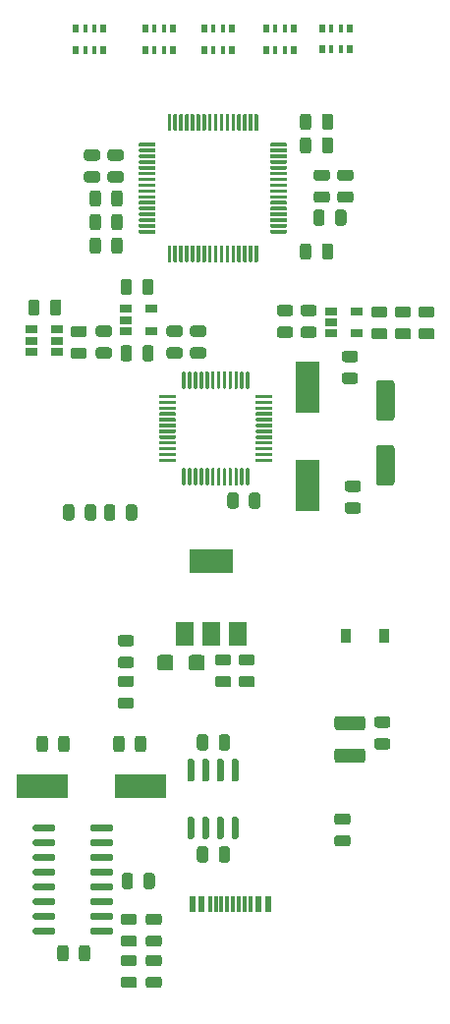
<source format=gbr>
%TF.GenerationSoftware,KiCad,Pcbnew,5.1.6-c6e7f7d~86~ubuntu19.10.1*%
%TF.CreationDate,2020-05-21T12:21:41+02:00*%
%TF.ProjectId,BioElectricalSensor,42696f45-6c65-4637-9472-6963616c5365,rev?*%
%TF.SameCoordinates,Original*%
%TF.FileFunction,Paste,Top*%
%TF.FilePolarity,Positive*%
%FSLAX46Y46*%
G04 Gerber Fmt 4.6, Leading zero omitted, Abs format (unit mm)*
G04 Created by KiCad (PCBNEW 5.1.6-c6e7f7d~86~ubuntu19.10.1) date 2020-05-21 12:21:41*
%MOMM*%
%LPD*%
G01*
G04 APERTURE LIST*
%ADD10R,0.600000X1.450000*%
%ADD11R,0.300000X1.450000*%
%ADD12R,0.500000X0.800000*%
%ADD13R,0.400000X0.800000*%
%ADD14R,2.000000X4.500000*%
%ADD15R,4.500000X2.000000*%
%ADD16R,1.060000X0.650000*%
%ADD17R,1.500000X2.000000*%
%ADD18R,3.800000X2.000000*%
%ADD19R,0.900000X1.200000*%
G04 APERTURE END LIST*
%TO.C,R5*%
G36*
G01*
X40190000Y-67234750D02*
X40190000Y-68147250D01*
G75*
G02*
X39946250Y-68391000I-243750J0D01*
G01*
X39458750Y-68391000D01*
G75*
G02*
X39215000Y-68147250I0J243750D01*
G01*
X39215000Y-67234750D01*
G75*
G02*
X39458750Y-66991000I243750J0D01*
G01*
X39946250Y-66991000D01*
G75*
G02*
X40190000Y-67234750I0J-243750D01*
G01*
G37*
G36*
G01*
X42065000Y-67234750D02*
X42065000Y-68147250D01*
G75*
G02*
X41821250Y-68391000I-243750J0D01*
G01*
X41333750Y-68391000D01*
G75*
G02*
X41090000Y-68147250I0J243750D01*
G01*
X41090000Y-67234750D01*
G75*
G02*
X41333750Y-66991000I243750J0D01*
G01*
X41821250Y-66991000D01*
G75*
G02*
X42065000Y-67234750I0J-243750D01*
G01*
G37*
%TD*%
%TO.C,C20*%
G36*
G01*
X34576000Y-81235999D02*
X34576000Y-82086001D01*
G75*
G02*
X34326001Y-82336000I-249999J0D01*
G01*
X33425999Y-82336000D01*
G75*
G02*
X33176000Y-82086001I0J249999D01*
G01*
X33176000Y-81235999D01*
G75*
G02*
X33425999Y-80986000I249999J0D01*
G01*
X34326001Y-80986000D01*
G75*
G02*
X34576000Y-81235999I0J-249999D01*
G01*
G37*
G36*
G01*
X37276000Y-81235999D02*
X37276000Y-82086001D01*
G75*
G02*
X37026001Y-82336000I-249999J0D01*
G01*
X36125999Y-82336000D01*
G75*
G02*
X35876000Y-82086001I0J249999D01*
G01*
X35876000Y-81235999D01*
G75*
G02*
X36125999Y-80986000I249999J0D01*
G01*
X37026001Y-80986000D01*
G75*
G02*
X37276000Y-81235999I0J-249999D01*
G01*
G37*
%TD*%
%TO.C,C17*%
G36*
G01*
X38405750Y-82794500D02*
X39318250Y-82794500D01*
G75*
G02*
X39562000Y-83038250I0J-243750D01*
G01*
X39562000Y-83525750D01*
G75*
G02*
X39318250Y-83769500I-243750J0D01*
G01*
X38405750Y-83769500D01*
G75*
G02*
X38162000Y-83525750I0J243750D01*
G01*
X38162000Y-83038250D01*
G75*
G02*
X38405750Y-82794500I243750J0D01*
G01*
G37*
G36*
G01*
X38405750Y-80919500D02*
X39318250Y-80919500D01*
G75*
G02*
X39562000Y-81163250I0J-243750D01*
G01*
X39562000Y-81650750D01*
G75*
G02*
X39318250Y-81894500I-243750J0D01*
G01*
X38405750Y-81894500D01*
G75*
G02*
X38162000Y-81650750I0J243750D01*
G01*
X38162000Y-81163250D01*
G75*
G02*
X38405750Y-80919500I243750J0D01*
G01*
G37*
%TD*%
%TO.C,C49*%
G36*
G01*
X52121750Y-88158500D02*
X53034250Y-88158500D01*
G75*
G02*
X53278000Y-88402250I0J-243750D01*
G01*
X53278000Y-88889750D01*
G75*
G02*
X53034250Y-89133500I-243750J0D01*
G01*
X52121750Y-89133500D01*
G75*
G02*
X51878000Y-88889750I0J243750D01*
G01*
X51878000Y-88402250D01*
G75*
G02*
X52121750Y-88158500I243750J0D01*
G01*
G37*
G36*
G01*
X52121750Y-86283500D02*
X53034250Y-86283500D01*
G75*
G02*
X53278000Y-86527250I0J-243750D01*
G01*
X53278000Y-87014750D01*
G75*
G02*
X53034250Y-87258500I-243750J0D01*
G01*
X52121750Y-87258500D01*
G75*
G02*
X51878000Y-87014750I0J243750D01*
G01*
X51878000Y-86527250D01*
G75*
G02*
X52121750Y-86283500I243750J0D01*
G01*
G37*
%TD*%
%TO.C,C48*%
G36*
G01*
X48692750Y-96510500D02*
X49605250Y-96510500D01*
G75*
G02*
X49849000Y-96754250I0J-243750D01*
G01*
X49849000Y-97241750D01*
G75*
G02*
X49605250Y-97485500I-243750J0D01*
G01*
X48692750Y-97485500D01*
G75*
G02*
X48449000Y-97241750I0J243750D01*
G01*
X48449000Y-96754250D01*
G75*
G02*
X48692750Y-96510500I243750J0D01*
G01*
G37*
G36*
G01*
X48692750Y-94635500D02*
X49605250Y-94635500D01*
G75*
G02*
X49849000Y-94879250I0J-243750D01*
G01*
X49849000Y-95366750D01*
G75*
G02*
X49605250Y-95610500I-243750J0D01*
G01*
X48692750Y-95610500D01*
G75*
G02*
X48449000Y-95366750I0J243750D01*
G01*
X48449000Y-94879250D01*
G75*
G02*
X48692750Y-94635500I243750J0D01*
G01*
G37*
%TD*%
D10*
%TO.C,P1*%
X42719000Y-102489000D03*
X41919000Y-102489000D03*
X37019000Y-102489000D03*
X36219000Y-102489000D03*
X36219000Y-102489000D03*
X37019000Y-102489000D03*
X41919000Y-102489000D03*
X42719000Y-102489000D03*
D11*
X37719000Y-102489000D03*
X38219000Y-102489000D03*
X38719000Y-102489000D03*
X39719000Y-102489000D03*
X40219000Y-102489000D03*
X40719000Y-102489000D03*
X41219000Y-102489000D03*
X39219000Y-102489000D03*
%TD*%
D12*
%TO.C,RN2*%
X42545000Y-28851000D03*
D13*
X43345000Y-28851000D03*
D12*
X44945000Y-28851000D03*
D13*
X44145000Y-28851000D03*
D12*
X42545000Y-27051000D03*
D13*
X44145000Y-27051000D03*
X43345000Y-27051000D03*
D12*
X44945000Y-27051000D03*
%TD*%
%TO.C,RN3*%
X37211000Y-28851000D03*
D13*
X38011000Y-28851000D03*
D12*
X39611000Y-28851000D03*
D13*
X38811000Y-28851000D03*
D12*
X37211000Y-27051000D03*
D13*
X38811000Y-27051000D03*
X38011000Y-27051000D03*
D12*
X39611000Y-27051000D03*
%TD*%
%TO.C,RN1*%
X47371000Y-28829000D03*
D13*
X48171000Y-28829000D03*
D12*
X49771000Y-28829000D03*
D13*
X48971000Y-28829000D03*
D12*
X47371000Y-27029000D03*
D13*
X48971000Y-27029000D03*
X48171000Y-27029000D03*
D12*
X49771000Y-27029000D03*
%TD*%
%TO.C,RN4*%
X32131000Y-28851000D03*
D13*
X32931000Y-28851000D03*
D12*
X34531000Y-28851000D03*
D13*
X33731000Y-28851000D03*
D12*
X32131000Y-27051000D03*
D13*
X33731000Y-27051000D03*
X32931000Y-27051000D03*
D12*
X34531000Y-27051000D03*
%TD*%
%TO.C,RN5*%
X26162000Y-28851000D03*
D13*
X26962000Y-28851000D03*
D12*
X28562000Y-28851000D03*
D13*
X27762000Y-28851000D03*
D12*
X26162000Y-27051000D03*
D13*
X27762000Y-27051000D03*
X26962000Y-27051000D03*
D12*
X28562000Y-27051000D03*
%TD*%
%TO.C,C39*%
G36*
G01*
X28330500Y-43231750D02*
X28330500Y-44144250D01*
G75*
G02*
X28086750Y-44388000I-243750J0D01*
G01*
X27599250Y-44388000D01*
G75*
G02*
X27355500Y-44144250I0J243750D01*
G01*
X27355500Y-43231750D01*
G75*
G02*
X27599250Y-42988000I243750J0D01*
G01*
X28086750Y-42988000D01*
G75*
G02*
X28330500Y-43231750I0J-243750D01*
G01*
G37*
G36*
G01*
X30205500Y-43231750D02*
X30205500Y-44144250D01*
G75*
G02*
X29961750Y-44388000I-243750J0D01*
G01*
X29474250Y-44388000D01*
G75*
G02*
X29230500Y-44144250I0J243750D01*
G01*
X29230500Y-43231750D01*
G75*
G02*
X29474250Y-42988000I243750J0D01*
G01*
X29961750Y-42988000D01*
G75*
G02*
X30205500Y-43231750I0J-243750D01*
G01*
G37*
%TD*%
D14*
%TO.C,Y2*%
X46101000Y-57912000D03*
X46101000Y-66412000D03*
%TD*%
D15*
%TO.C,Y1*%
X23250000Y-92329000D03*
X31750000Y-92329000D03*
%TD*%
D16*
%TO.C,U15*%
X32680000Y-51181000D03*
X32680000Y-53081000D03*
X30480000Y-53081000D03*
X30480000Y-52131000D03*
X30480000Y-51181000D03*
%TD*%
%TO.C,U11*%
X50376000Y-51374000D03*
X50376000Y-53274000D03*
X48176000Y-53274000D03*
X48176000Y-52324000D03*
X48176000Y-51374000D03*
%TD*%
%TO.C,U10*%
X22311000Y-53909000D03*
X22311000Y-54859000D03*
X22311000Y-52959000D03*
X24511000Y-52959000D03*
X24511000Y-53909000D03*
X24511000Y-54859000D03*
%TD*%
%TO.C,U8*%
G36*
G01*
X42973000Y-36867000D02*
X44298000Y-36867000D01*
G75*
G02*
X44373000Y-36942000I0J-75000D01*
G01*
X44373000Y-37092000D01*
G75*
G02*
X44298000Y-37167000I-75000J0D01*
G01*
X42973000Y-37167000D01*
G75*
G02*
X42898000Y-37092000I0J75000D01*
G01*
X42898000Y-36942000D01*
G75*
G02*
X42973000Y-36867000I75000J0D01*
G01*
G37*
G36*
G01*
X42973000Y-37367000D02*
X44298000Y-37367000D01*
G75*
G02*
X44373000Y-37442000I0J-75000D01*
G01*
X44373000Y-37592000D01*
G75*
G02*
X44298000Y-37667000I-75000J0D01*
G01*
X42973000Y-37667000D01*
G75*
G02*
X42898000Y-37592000I0J75000D01*
G01*
X42898000Y-37442000D01*
G75*
G02*
X42973000Y-37367000I75000J0D01*
G01*
G37*
G36*
G01*
X42973000Y-37867000D02*
X44298000Y-37867000D01*
G75*
G02*
X44373000Y-37942000I0J-75000D01*
G01*
X44373000Y-38092000D01*
G75*
G02*
X44298000Y-38167000I-75000J0D01*
G01*
X42973000Y-38167000D01*
G75*
G02*
X42898000Y-38092000I0J75000D01*
G01*
X42898000Y-37942000D01*
G75*
G02*
X42973000Y-37867000I75000J0D01*
G01*
G37*
G36*
G01*
X42973000Y-38367000D02*
X44298000Y-38367000D01*
G75*
G02*
X44373000Y-38442000I0J-75000D01*
G01*
X44373000Y-38592000D01*
G75*
G02*
X44298000Y-38667000I-75000J0D01*
G01*
X42973000Y-38667000D01*
G75*
G02*
X42898000Y-38592000I0J75000D01*
G01*
X42898000Y-38442000D01*
G75*
G02*
X42973000Y-38367000I75000J0D01*
G01*
G37*
G36*
G01*
X42973000Y-38867000D02*
X44298000Y-38867000D01*
G75*
G02*
X44373000Y-38942000I0J-75000D01*
G01*
X44373000Y-39092000D01*
G75*
G02*
X44298000Y-39167000I-75000J0D01*
G01*
X42973000Y-39167000D01*
G75*
G02*
X42898000Y-39092000I0J75000D01*
G01*
X42898000Y-38942000D01*
G75*
G02*
X42973000Y-38867000I75000J0D01*
G01*
G37*
G36*
G01*
X42973000Y-39367000D02*
X44298000Y-39367000D01*
G75*
G02*
X44373000Y-39442000I0J-75000D01*
G01*
X44373000Y-39592000D01*
G75*
G02*
X44298000Y-39667000I-75000J0D01*
G01*
X42973000Y-39667000D01*
G75*
G02*
X42898000Y-39592000I0J75000D01*
G01*
X42898000Y-39442000D01*
G75*
G02*
X42973000Y-39367000I75000J0D01*
G01*
G37*
G36*
G01*
X42973000Y-39867000D02*
X44298000Y-39867000D01*
G75*
G02*
X44373000Y-39942000I0J-75000D01*
G01*
X44373000Y-40092000D01*
G75*
G02*
X44298000Y-40167000I-75000J0D01*
G01*
X42973000Y-40167000D01*
G75*
G02*
X42898000Y-40092000I0J75000D01*
G01*
X42898000Y-39942000D01*
G75*
G02*
X42973000Y-39867000I75000J0D01*
G01*
G37*
G36*
G01*
X42973000Y-40367000D02*
X44298000Y-40367000D01*
G75*
G02*
X44373000Y-40442000I0J-75000D01*
G01*
X44373000Y-40592000D01*
G75*
G02*
X44298000Y-40667000I-75000J0D01*
G01*
X42973000Y-40667000D01*
G75*
G02*
X42898000Y-40592000I0J75000D01*
G01*
X42898000Y-40442000D01*
G75*
G02*
X42973000Y-40367000I75000J0D01*
G01*
G37*
G36*
G01*
X42973000Y-40867000D02*
X44298000Y-40867000D01*
G75*
G02*
X44373000Y-40942000I0J-75000D01*
G01*
X44373000Y-41092000D01*
G75*
G02*
X44298000Y-41167000I-75000J0D01*
G01*
X42973000Y-41167000D01*
G75*
G02*
X42898000Y-41092000I0J75000D01*
G01*
X42898000Y-40942000D01*
G75*
G02*
X42973000Y-40867000I75000J0D01*
G01*
G37*
G36*
G01*
X42973000Y-41367000D02*
X44298000Y-41367000D01*
G75*
G02*
X44373000Y-41442000I0J-75000D01*
G01*
X44373000Y-41592000D01*
G75*
G02*
X44298000Y-41667000I-75000J0D01*
G01*
X42973000Y-41667000D01*
G75*
G02*
X42898000Y-41592000I0J75000D01*
G01*
X42898000Y-41442000D01*
G75*
G02*
X42973000Y-41367000I75000J0D01*
G01*
G37*
G36*
G01*
X42973000Y-41867000D02*
X44298000Y-41867000D01*
G75*
G02*
X44373000Y-41942000I0J-75000D01*
G01*
X44373000Y-42092000D01*
G75*
G02*
X44298000Y-42167000I-75000J0D01*
G01*
X42973000Y-42167000D01*
G75*
G02*
X42898000Y-42092000I0J75000D01*
G01*
X42898000Y-41942000D01*
G75*
G02*
X42973000Y-41867000I75000J0D01*
G01*
G37*
G36*
G01*
X42973000Y-42367000D02*
X44298000Y-42367000D01*
G75*
G02*
X44373000Y-42442000I0J-75000D01*
G01*
X44373000Y-42592000D01*
G75*
G02*
X44298000Y-42667000I-75000J0D01*
G01*
X42973000Y-42667000D01*
G75*
G02*
X42898000Y-42592000I0J75000D01*
G01*
X42898000Y-42442000D01*
G75*
G02*
X42973000Y-42367000I75000J0D01*
G01*
G37*
G36*
G01*
X42973000Y-42867000D02*
X44298000Y-42867000D01*
G75*
G02*
X44373000Y-42942000I0J-75000D01*
G01*
X44373000Y-43092000D01*
G75*
G02*
X44298000Y-43167000I-75000J0D01*
G01*
X42973000Y-43167000D01*
G75*
G02*
X42898000Y-43092000I0J75000D01*
G01*
X42898000Y-42942000D01*
G75*
G02*
X42973000Y-42867000I75000J0D01*
G01*
G37*
G36*
G01*
X42973000Y-43367000D02*
X44298000Y-43367000D01*
G75*
G02*
X44373000Y-43442000I0J-75000D01*
G01*
X44373000Y-43592000D01*
G75*
G02*
X44298000Y-43667000I-75000J0D01*
G01*
X42973000Y-43667000D01*
G75*
G02*
X42898000Y-43592000I0J75000D01*
G01*
X42898000Y-43442000D01*
G75*
G02*
X42973000Y-43367000I75000J0D01*
G01*
G37*
G36*
G01*
X42973000Y-43867000D02*
X44298000Y-43867000D01*
G75*
G02*
X44373000Y-43942000I0J-75000D01*
G01*
X44373000Y-44092000D01*
G75*
G02*
X44298000Y-44167000I-75000J0D01*
G01*
X42973000Y-44167000D01*
G75*
G02*
X42898000Y-44092000I0J75000D01*
G01*
X42898000Y-43942000D01*
G75*
G02*
X42973000Y-43867000I75000J0D01*
G01*
G37*
G36*
G01*
X42973000Y-44367000D02*
X44298000Y-44367000D01*
G75*
G02*
X44373000Y-44442000I0J-75000D01*
G01*
X44373000Y-44592000D01*
G75*
G02*
X44298000Y-44667000I-75000J0D01*
G01*
X42973000Y-44667000D01*
G75*
G02*
X42898000Y-44592000I0J75000D01*
G01*
X42898000Y-44442000D01*
G75*
G02*
X42973000Y-44367000I75000J0D01*
G01*
G37*
G36*
G01*
X41648000Y-45692000D02*
X41798000Y-45692000D01*
G75*
G02*
X41873000Y-45767000I0J-75000D01*
G01*
X41873000Y-47092000D01*
G75*
G02*
X41798000Y-47167000I-75000J0D01*
G01*
X41648000Y-47167000D01*
G75*
G02*
X41573000Y-47092000I0J75000D01*
G01*
X41573000Y-45767000D01*
G75*
G02*
X41648000Y-45692000I75000J0D01*
G01*
G37*
G36*
G01*
X41148000Y-45692000D02*
X41298000Y-45692000D01*
G75*
G02*
X41373000Y-45767000I0J-75000D01*
G01*
X41373000Y-47092000D01*
G75*
G02*
X41298000Y-47167000I-75000J0D01*
G01*
X41148000Y-47167000D01*
G75*
G02*
X41073000Y-47092000I0J75000D01*
G01*
X41073000Y-45767000D01*
G75*
G02*
X41148000Y-45692000I75000J0D01*
G01*
G37*
G36*
G01*
X40648000Y-45692000D02*
X40798000Y-45692000D01*
G75*
G02*
X40873000Y-45767000I0J-75000D01*
G01*
X40873000Y-47092000D01*
G75*
G02*
X40798000Y-47167000I-75000J0D01*
G01*
X40648000Y-47167000D01*
G75*
G02*
X40573000Y-47092000I0J75000D01*
G01*
X40573000Y-45767000D01*
G75*
G02*
X40648000Y-45692000I75000J0D01*
G01*
G37*
G36*
G01*
X40148000Y-45692000D02*
X40298000Y-45692000D01*
G75*
G02*
X40373000Y-45767000I0J-75000D01*
G01*
X40373000Y-47092000D01*
G75*
G02*
X40298000Y-47167000I-75000J0D01*
G01*
X40148000Y-47167000D01*
G75*
G02*
X40073000Y-47092000I0J75000D01*
G01*
X40073000Y-45767000D01*
G75*
G02*
X40148000Y-45692000I75000J0D01*
G01*
G37*
G36*
G01*
X39648000Y-45692000D02*
X39798000Y-45692000D01*
G75*
G02*
X39873000Y-45767000I0J-75000D01*
G01*
X39873000Y-47092000D01*
G75*
G02*
X39798000Y-47167000I-75000J0D01*
G01*
X39648000Y-47167000D01*
G75*
G02*
X39573000Y-47092000I0J75000D01*
G01*
X39573000Y-45767000D01*
G75*
G02*
X39648000Y-45692000I75000J0D01*
G01*
G37*
G36*
G01*
X39148000Y-45692000D02*
X39298000Y-45692000D01*
G75*
G02*
X39373000Y-45767000I0J-75000D01*
G01*
X39373000Y-47092000D01*
G75*
G02*
X39298000Y-47167000I-75000J0D01*
G01*
X39148000Y-47167000D01*
G75*
G02*
X39073000Y-47092000I0J75000D01*
G01*
X39073000Y-45767000D01*
G75*
G02*
X39148000Y-45692000I75000J0D01*
G01*
G37*
G36*
G01*
X38648000Y-45692000D02*
X38798000Y-45692000D01*
G75*
G02*
X38873000Y-45767000I0J-75000D01*
G01*
X38873000Y-47092000D01*
G75*
G02*
X38798000Y-47167000I-75000J0D01*
G01*
X38648000Y-47167000D01*
G75*
G02*
X38573000Y-47092000I0J75000D01*
G01*
X38573000Y-45767000D01*
G75*
G02*
X38648000Y-45692000I75000J0D01*
G01*
G37*
G36*
G01*
X38148000Y-45692000D02*
X38298000Y-45692000D01*
G75*
G02*
X38373000Y-45767000I0J-75000D01*
G01*
X38373000Y-47092000D01*
G75*
G02*
X38298000Y-47167000I-75000J0D01*
G01*
X38148000Y-47167000D01*
G75*
G02*
X38073000Y-47092000I0J75000D01*
G01*
X38073000Y-45767000D01*
G75*
G02*
X38148000Y-45692000I75000J0D01*
G01*
G37*
G36*
G01*
X37648000Y-45692000D02*
X37798000Y-45692000D01*
G75*
G02*
X37873000Y-45767000I0J-75000D01*
G01*
X37873000Y-47092000D01*
G75*
G02*
X37798000Y-47167000I-75000J0D01*
G01*
X37648000Y-47167000D01*
G75*
G02*
X37573000Y-47092000I0J75000D01*
G01*
X37573000Y-45767000D01*
G75*
G02*
X37648000Y-45692000I75000J0D01*
G01*
G37*
G36*
G01*
X37148000Y-45692000D02*
X37298000Y-45692000D01*
G75*
G02*
X37373000Y-45767000I0J-75000D01*
G01*
X37373000Y-47092000D01*
G75*
G02*
X37298000Y-47167000I-75000J0D01*
G01*
X37148000Y-47167000D01*
G75*
G02*
X37073000Y-47092000I0J75000D01*
G01*
X37073000Y-45767000D01*
G75*
G02*
X37148000Y-45692000I75000J0D01*
G01*
G37*
G36*
G01*
X36648000Y-45692000D02*
X36798000Y-45692000D01*
G75*
G02*
X36873000Y-45767000I0J-75000D01*
G01*
X36873000Y-47092000D01*
G75*
G02*
X36798000Y-47167000I-75000J0D01*
G01*
X36648000Y-47167000D01*
G75*
G02*
X36573000Y-47092000I0J75000D01*
G01*
X36573000Y-45767000D01*
G75*
G02*
X36648000Y-45692000I75000J0D01*
G01*
G37*
G36*
G01*
X36148000Y-45692000D02*
X36298000Y-45692000D01*
G75*
G02*
X36373000Y-45767000I0J-75000D01*
G01*
X36373000Y-47092000D01*
G75*
G02*
X36298000Y-47167000I-75000J0D01*
G01*
X36148000Y-47167000D01*
G75*
G02*
X36073000Y-47092000I0J75000D01*
G01*
X36073000Y-45767000D01*
G75*
G02*
X36148000Y-45692000I75000J0D01*
G01*
G37*
G36*
G01*
X35648000Y-45692000D02*
X35798000Y-45692000D01*
G75*
G02*
X35873000Y-45767000I0J-75000D01*
G01*
X35873000Y-47092000D01*
G75*
G02*
X35798000Y-47167000I-75000J0D01*
G01*
X35648000Y-47167000D01*
G75*
G02*
X35573000Y-47092000I0J75000D01*
G01*
X35573000Y-45767000D01*
G75*
G02*
X35648000Y-45692000I75000J0D01*
G01*
G37*
G36*
G01*
X35148000Y-45692000D02*
X35298000Y-45692000D01*
G75*
G02*
X35373000Y-45767000I0J-75000D01*
G01*
X35373000Y-47092000D01*
G75*
G02*
X35298000Y-47167000I-75000J0D01*
G01*
X35148000Y-47167000D01*
G75*
G02*
X35073000Y-47092000I0J75000D01*
G01*
X35073000Y-45767000D01*
G75*
G02*
X35148000Y-45692000I75000J0D01*
G01*
G37*
G36*
G01*
X34648000Y-45692000D02*
X34798000Y-45692000D01*
G75*
G02*
X34873000Y-45767000I0J-75000D01*
G01*
X34873000Y-47092000D01*
G75*
G02*
X34798000Y-47167000I-75000J0D01*
G01*
X34648000Y-47167000D01*
G75*
G02*
X34573000Y-47092000I0J75000D01*
G01*
X34573000Y-45767000D01*
G75*
G02*
X34648000Y-45692000I75000J0D01*
G01*
G37*
G36*
G01*
X34148000Y-45692000D02*
X34298000Y-45692000D01*
G75*
G02*
X34373000Y-45767000I0J-75000D01*
G01*
X34373000Y-47092000D01*
G75*
G02*
X34298000Y-47167000I-75000J0D01*
G01*
X34148000Y-47167000D01*
G75*
G02*
X34073000Y-47092000I0J75000D01*
G01*
X34073000Y-45767000D01*
G75*
G02*
X34148000Y-45692000I75000J0D01*
G01*
G37*
G36*
G01*
X31648000Y-44367000D02*
X32973000Y-44367000D01*
G75*
G02*
X33048000Y-44442000I0J-75000D01*
G01*
X33048000Y-44592000D01*
G75*
G02*
X32973000Y-44667000I-75000J0D01*
G01*
X31648000Y-44667000D01*
G75*
G02*
X31573000Y-44592000I0J75000D01*
G01*
X31573000Y-44442000D01*
G75*
G02*
X31648000Y-44367000I75000J0D01*
G01*
G37*
G36*
G01*
X31648000Y-43867000D02*
X32973000Y-43867000D01*
G75*
G02*
X33048000Y-43942000I0J-75000D01*
G01*
X33048000Y-44092000D01*
G75*
G02*
X32973000Y-44167000I-75000J0D01*
G01*
X31648000Y-44167000D01*
G75*
G02*
X31573000Y-44092000I0J75000D01*
G01*
X31573000Y-43942000D01*
G75*
G02*
X31648000Y-43867000I75000J0D01*
G01*
G37*
G36*
G01*
X31648000Y-43367000D02*
X32973000Y-43367000D01*
G75*
G02*
X33048000Y-43442000I0J-75000D01*
G01*
X33048000Y-43592000D01*
G75*
G02*
X32973000Y-43667000I-75000J0D01*
G01*
X31648000Y-43667000D01*
G75*
G02*
X31573000Y-43592000I0J75000D01*
G01*
X31573000Y-43442000D01*
G75*
G02*
X31648000Y-43367000I75000J0D01*
G01*
G37*
G36*
G01*
X31648000Y-42867000D02*
X32973000Y-42867000D01*
G75*
G02*
X33048000Y-42942000I0J-75000D01*
G01*
X33048000Y-43092000D01*
G75*
G02*
X32973000Y-43167000I-75000J0D01*
G01*
X31648000Y-43167000D01*
G75*
G02*
X31573000Y-43092000I0J75000D01*
G01*
X31573000Y-42942000D01*
G75*
G02*
X31648000Y-42867000I75000J0D01*
G01*
G37*
G36*
G01*
X31648000Y-42367000D02*
X32973000Y-42367000D01*
G75*
G02*
X33048000Y-42442000I0J-75000D01*
G01*
X33048000Y-42592000D01*
G75*
G02*
X32973000Y-42667000I-75000J0D01*
G01*
X31648000Y-42667000D01*
G75*
G02*
X31573000Y-42592000I0J75000D01*
G01*
X31573000Y-42442000D01*
G75*
G02*
X31648000Y-42367000I75000J0D01*
G01*
G37*
G36*
G01*
X31648000Y-41867000D02*
X32973000Y-41867000D01*
G75*
G02*
X33048000Y-41942000I0J-75000D01*
G01*
X33048000Y-42092000D01*
G75*
G02*
X32973000Y-42167000I-75000J0D01*
G01*
X31648000Y-42167000D01*
G75*
G02*
X31573000Y-42092000I0J75000D01*
G01*
X31573000Y-41942000D01*
G75*
G02*
X31648000Y-41867000I75000J0D01*
G01*
G37*
G36*
G01*
X31648000Y-41367000D02*
X32973000Y-41367000D01*
G75*
G02*
X33048000Y-41442000I0J-75000D01*
G01*
X33048000Y-41592000D01*
G75*
G02*
X32973000Y-41667000I-75000J0D01*
G01*
X31648000Y-41667000D01*
G75*
G02*
X31573000Y-41592000I0J75000D01*
G01*
X31573000Y-41442000D01*
G75*
G02*
X31648000Y-41367000I75000J0D01*
G01*
G37*
G36*
G01*
X31648000Y-40867000D02*
X32973000Y-40867000D01*
G75*
G02*
X33048000Y-40942000I0J-75000D01*
G01*
X33048000Y-41092000D01*
G75*
G02*
X32973000Y-41167000I-75000J0D01*
G01*
X31648000Y-41167000D01*
G75*
G02*
X31573000Y-41092000I0J75000D01*
G01*
X31573000Y-40942000D01*
G75*
G02*
X31648000Y-40867000I75000J0D01*
G01*
G37*
G36*
G01*
X31648000Y-40367000D02*
X32973000Y-40367000D01*
G75*
G02*
X33048000Y-40442000I0J-75000D01*
G01*
X33048000Y-40592000D01*
G75*
G02*
X32973000Y-40667000I-75000J0D01*
G01*
X31648000Y-40667000D01*
G75*
G02*
X31573000Y-40592000I0J75000D01*
G01*
X31573000Y-40442000D01*
G75*
G02*
X31648000Y-40367000I75000J0D01*
G01*
G37*
G36*
G01*
X31648000Y-39867000D02*
X32973000Y-39867000D01*
G75*
G02*
X33048000Y-39942000I0J-75000D01*
G01*
X33048000Y-40092000D01*
G75*
G02*
X32973000Y-40167000I-75000J0D01*
G01*
X31648000Y-40167000D01*
G75*
G02*
X31573000Y-40092000I0J75000D01*
G01*
X31573000Y-39942000D01*
G75*
G02*
X31648000Y-39867000I75000J0D01*
G01*
G37*
G36*
G01*
X31648000Y-39367000D02*
X32973000Y-39367000D01*
G75*
G02*
X33048000Y-39442000I0J-75000D01*
G01*
X33048000Y-39592000D01*
G75*
G02*
X32973000Y-39667000I-75000J0D01*
G01*
X31648000Y-39667000D01*
G75*
G02*
X31573000Y-39592000I0J75000D01*
G01*
X31573000Y-39442000D01*
G75*
G02*
X31648000Y-39367000I75000J0D01*
G01*
G37*
G36*
G01*
X31648000Y-38867000D02*
X32973000Y-38867000D01*
G75*
G02*
X33048000Y-38942000I0J-75000D01*
G01*
X33048000Y-39092000D01*
G75*
G02*
X32973000Y-39167000I-75000J0D01*
G01*
X31648000Y-39167000D01*
G75*
G02*
X31573000Y-39092000I0J75000D01*
G01*
X31573000Y-38942000D01*
G75*
G02*
X31648000Y-38867000I75000J0D01*
G01*
G37*
G36*
G01*
X31648000Y-38367000D02*
X32973000Y-38367000D01*
G75*
G02*
X33048000Y-38442000I0J-75000D01*
G01*
X33048000Y-38592000D01*
G75*
G02*
X32973000Y-38667000I-75000J0D01*
G01*
X31648000Y-38667000D01*
G75*
G02*
X31573000Y-38592000I0J75000D01*
G01*
X31573000Y-38442000D01*
G75*
G02*
X31648000Y-38367000I75000J0D01*
G01*
G37*
G36*
G01*
X31648000Y-37867000D02*
X32973000Y-37867000D01*
G75*
G02*
X33048000Y-37942000I0J-75000D01*
G01*
X33048000Y-38092000D01*
G75*
G02*
X32973000Y-38167000I-75000J0D01*
G01*
X31648000Y-38167000D01*
G75*
G02*
X31573000Y-38092000I0J75000D01*
G01*
X31573000Y-37942000D01*
G75*
G02*
X31648000Y-37867000I75000J0D01*
G01*
G37*
G36*
G01*
X31648000Y-37367000D02*
X32973000Y-37367000D01*
G75*
G02*
X33048000Y-37442000I0J-75000D01*
G01*
X33048000Y-37592000D01*
G75*
G02*
X32973000Y-37667000I-75000J0D01*
G01*
X31648000Y-37667000D01*
G75*
G02*
X31573000Y-37592000I0J75000D01*
G01*
X31573000Y-37442000D01*
G75*
G02*
X31648000Y-37367000I75000J0D01*
G01*
G37*
G36*
G01*
X31648000Y-36867000D02*
X32973000Y-36867000D01*
G75*
G02*
X33048000Y-36942000I0J-75000D01*
G01*
X33048000Y-37092000D01*
G75*
G02*
X32973000Y-37167000I-75000J0D01*
G01*
X31648000Y-37167000D01*
G75*
G02*
X31573000Y-37092000I0J75000D01*
G01*
X31573000Y-36942000D01*
G75*
G02*
X31648000Y-36867000I75000J0D01*
G01*
G37*
G36*
G01*
X34148000Y-34367000D02*
X34298000Y-34367000D01*
G75*
G02*
X34373000Y-34442000I0J-75000D01*
G01*
X34373000Y-35767000D01*
G75*
G02*
X34298000Y-35842000I-75000J0D01*
G01*
X34148000Y-35842000D01*
G75*
G02*
X34073000Y-35767000I0J75000D01*
G01*
X34073000Y-34442000D01*
G75*
G02*
X34148000Y-34367000I75000J0D01*
G01*
G37*
G36*
G01*
X34648000Y-34367000D02*
X34798000Y-34367000D01*
G75*
G02*
X34873000Y-34442000I0J-75000D01*
G01*
X34873000Y-35767000D01*
G75*
G02*
X34798000Y-35842000I-75000J0D01*
G01*
X34648000Y-35842000D01*
G75*
G02*
X34573000Y-35767000I0J75000D01*
G01*
X34573000Y-34442000D01*
G75*
G02*
X34648000Y-34367000I75000J0D01*
G01*
G37*
G36*
G01*
X35148000Y-34367000D02*
X35298000Y-34367000D01*
G75*
G02*
X35373000Y-34442000I0J-75000D01*
G01*
X35373000Y-35767000D01*
G75*
G02*
X35298000Y-35842000I-75000J0D01*
G01*
X35148000Y-35842000D01*
G75*
G02*
X35073000Y-35767000I0J75000D01*
G01*
X35073000Y-34442000D01*
G75*
G02*
X35148000Y-34367000I75000J0D01*
G01*
G37*
G36*
G01*
X35648000Y-34367000D02*
X35798000Y-34367000D01*
G75*
G02*
X35873000Y-34442000I0J-75000D01*
G01*
X35873000Y-35767000D01*
G75*
G02*
X35798000Y-35842000I-75000J0D01*
G01*
X35648000Y-35842000D01*
G75*
G02*
X35573000Y-35767000I0J75000D01*
G01*
X35573000Y-34442000D01*
G75*
G02*
X35648000Y-34367000I75000J0D01*
G01*
G37*
G36*
G01*
X36148000Y-34367000D02*
X36298000Y-34367000D01*
G75*
G02*
X36373000Y-34442000I0J-75000D01*
G01*
X36373000Y-35767000D01*
G75*
G02*
X36298000Y-35842000I-75000J0D01*
G01*
X36148000Y-35842000D01*
G75*
G02*
X36073000Y-35767000I0J75000D01*
G01*
X36073000Y-34442000D01*
G75*
G02*
X36148000Y-34367000I75000J0D01*
G01*
G37*
G36*
G01*
X36648000Y-34367000D02*
X36798000Y-34367000D01*
G75*
G02*
X36873000Y-34442000I0J-75000D01*
G01*
X36873000Y-35767000D01*
G75*
G02*
X36798000Y-35842000I-75000J0D01*
G01*
X36648000Y-35842000D01*
G75*
G02*
X36573000Y-35767000I0J75000D01*
G01*
X36573000Y-34442000D01*
G75*
G02*
X36648000Y-34367000I75000J0D01*
G01*
G37*
G36*
G01*
X37148000Y-34367000D02*
X37298000Y-34367000D01*
G75*
G02*
X37373000Y-34442000I0J-75000D01*
G01*
X37373000Y-35767000D01*
G75*
G02*
X37298000Y-35842000I-75000J0D01*
G01*
X37148000Y-35842000D01*
G75*
G02*
X37073000Y-35767000I0J75000D01*
G01*
X37073000Y-34442000D01*
G75*
G02*
X37148000Y-34367000I75000J0D01*
G01*
G37*
G36*
G01*
X37648000Y-34367000D02*
X37798000Y-34367000D01*
G75*
G02*
X37873000Y-34442000I0J-75000D01*
G01*
X37873000Y-35767000D01*
G75*
G02*
X37798000Y-35842000I-75000J0D01*
G01*
X37648000Y-35842000D01*
G75*
G02*
X37573000Y-35767000I0J75000D01*
G01*
X37573000Y-34442000D01*
G75*
G02*
X37648000Y-34367000I75000J0D01*
G01*
G37*
G36*
G01*
X38148000Y-34367000D02*
X38298000Y-34367000D01*
G75*
G02*
X38373000Y-34442000I0J-75000D01*
G01*
X38373000Y-35767000D01*
G75*
G02*
X38298000Y-35842000I-75000J0D01*
G01*
X38148000Y-35842000D01*
G75*
G02*
X38073000Y-35767000I0J75000D01*
G01*
X38073000Y-34442000D01*
G75*
G02*
X38148000Y-34367000I75000J0D01*
G01*
G37*
G36*
G01*
X38648000Y-34367000D02*
X38798000Y-34367000D01*
G75*
G02*
X38873000Y-34442000I0J-75000D01*
G01*
X38873000Y-35767000D01*
G75*
G02*
X38798000Y-35842000I-75000J0D01*
G01*
X38648000Y-35842000D01*
G75*
G02*
X38573000Y-35767000I0J75000D01*
G01*
X38573000Y-34442000D01*
G75*
G02*
X38648000Y-34367000I75000J0D01*
G01*
G37*
G36*
G01*
X39148000Y-34367000D02*
X39298000Y-34367000D01*
G75*
G02*
X39373000Y-34442000I0J-75000D01*
G01*
X39373000Y-35767000D01*
G75*
G02*
X39298000Y-35842000I-75000J0D01*
G01*
X39148000Y-35842000D01*
G75*
G02*
X39073000Y-35767000I0J75000D01*
G01*
X39073000Y-34442000D01*
G75*
G02*
X39148000Y-34367000I75000J0D01*
G01*
G37*
G36*
G01*
X39648000Y-34367000D02*
X39798000Y-34367000D01*
G75*
G02*
X39873000Y-34442000I0J-75000D01*
G01*
X39873000Y-35767000D01*
G75*
G02*
X39798000Y-35842000I-75000J0D01*
G01*
X39648000Y-35842000D01*
G75*
G02*
X39573000Y-35767000I0J75000D01*
G01*
X39573000Y-34442000D01*
G75*
G02*
X39648000Y-34367000I75000J0D01*
G01*
G37*
G36*
G01*
X40148000Y-34367000D02*
X40298000Y-34367000D01*
G75*
G02*
X40373000Y-34442000I0J-75000D01*
G01*
X40373000Y-35767000D01*
G75*
G02*
X40298000Y-35842000I-75000J0D01*
G01*
X40148000Y-35842000D01*
G75*
G02*
X40073000Y-35767000I0J75000D01*
G01*
X40073000Y-34442000D01*
G75*
G02*
X40148000Y-34367000I75000J0D01*
G01*
G37*
G36*
G01*
X40648000Y-34367000D02*
X40798000Y-34367000D01*
G75*
G02*
X40873000Y-34442000I0J-75000D01*
G01*
X40873000Y-35767000D01*
G75*
G02*
X40798000Y-35842000I-75000J0D01*
G01*
X40648000Y-35842000D01*
G75*
G02*
X40573000Y-35767000I0J75000D01*
G01*
X40573000Y-34442000D01*
G75*
G02*
X40648000Y-34367000I75000J0D01*
G01*
G37*
G36*
G01*
X41148000Y-34367000D02*
X41298000Y-34367000D01*
G75*
G02*
X41373000Y-34442000I0J-75000D01*
G01*
X41373000Y-35767000D01*
G75*
G02*
X41298000Y-35842000I-75000J0D01*
G01*
X41148000Y-35842000D01*
G75*
G02*
X41073000Y-35767000I0J75000D01*
G01*
X41073000Y-34442000D01*
G75*
G02*
X41148000Y-34367000I75000J0D01*
G01*
G37*
G36*
G01*
X41648000Y-34367000D02*
X41798000Y-34367000D01*
G75*
G02*
X41873000Y-34442000I0J-75000D01*
G01*
X41873000Y-35767000D01*
G75*
G02*
X41798000Y-35842000I-75000J0D01*
G01*
X41648000Y-35842000D01*
G75*
G02*
X41573000Y-35767000I0J75000D01*
G01*
X41573000Y-34442000D01*
G75*
G02*
X41648000Y-34367000I75000J0D01*
G01*
G37*
%TD*%
D17*
%TO.C,U6*%
X35546000Y-79198000D03*
X40146000Y-79198000D03*
X37846000Y-79198000D03*
D18*
X37846000Y-72898000D03*
%TD*%
%TO.C,U5*%
G36*
G01*
X36218000Y-91907000D02*
X35918000Y-91907000D01*
G75*
G02*
X35768000Y-91757000I0J150000D01*
G01*
X35768000Y-90107000D01*
G75*
G02*
X35918000Y-89957000I150000J0D01*
G01*
X36218000Y-89957000D01*
G75*
G02*
X36368000Y-90107000I0J-150000D01*
G01*
X36368000Y-91757000D01*
G75*
G02*
X36218000Y-91907000I-150000J0D01*
G01*
G37*
G36*
G01*
X37488000Y-91907000D02*
X37188000Y-91907000D01*
G75*
G02*
X37038000Y-91757000I0J150000D01*
G01*
X37038000Y-90107000D01*
G75*
G02*
X37188000Y-89957000I150000J0D01*
G01*
X37488000Y-89957000D01*
G75*
G02*
X37638000Y-90107000I0J-150000D01*
G01*
X37638000Y-91757000D01*
G75*
G02*
X37488000Y-91907000I-150000J0D01*
G01*
G37*
G36*
G01*
X38758000Y-91907000D02*
X38458000Y-91907000D01*
G75*
G02*
X38308000Y-91757000I0J150000D01*
G01*
X38308000Y-90107000D01*
G75*
G02*
X38458000Y-89957000I150000J0D01*
G01*
X38758000Y-89957000D01*
G75*
G02*
X38908000Y-90107000I0J-150000D01*
G01*
X38908000Y-91757000D01*
G75*
G02*
X38758000Y-91907000I-150000J0D01*
G01*
G37*
G36*
G01*
X40028000Y-91907000D02*
X39728000Y-91907000D01*
G75*
G02*
X39578000Y-91757000I0J150000D01*
G01*
X39578000Y-90107000D01*
G75*
G02*
X39728000Y-89957000I150000J0D01*
G01*
X40028000Y-89957000D01*
G75*
G02*
X40178000Y-90107000I0J-150000D01*
G01*
X40178000Y-91757000D01*
G75*
G02*
X40028000Y-91907000I-150000J0D01*
G01*
G37*
G36*
G01*
X40028000Y-96857000D02*
X39728000Y-96857000D01*
G75*
G02*
X39578000Y-96707000I0J150000D01*
G01*
X39578000Y-95057000D01*
G75*
G02*
X39728000Y-94907000I150000J0D01*
G01*
X40028000Y-94907000D01*
G75*
G02*
X40178000Y-95057000I0J-150000D01*
G01*
X40178000Y-96707000D01*
G75*
G02*
X40028000Y-96857000I-150000J0D01*
G01*
G37*
G36*
G01*
X38758000Y-96857000D02*
X38458000Y-96857000D01*
G75*
G02*
X38308000Y-96707000I0J150000D01*
G01*
X38308000Y-95057000D01*
G75*
G02*
X38458000Y-94907000I150000J0D01*
G01*
X38758000Y-94907000D01*
G75*
G02*
X38908000Y-95057000I0J-150000D01*
G01*
X38908000Y-96707000D01*
G75*
G02*
X38758000Y-96857000I-150000J0D01*
G01*
G37*
G36*
G01*
X37488000Y-96857000D02*
X37188000Y-96857000D01*
G75*
G02*
X37038000Y-96707000I0J150000D01*
G01*
X37038000Y-95057000D01*
G75*
G02*
X37188000Y-94907000I150000J0D01*
G01*
X37488000Y-94907000D01*
G75*
G02*
X37638000Y-95057000I0J-150000D01*
G01*
X37638000Y-96707000D01*
G75*
G02*
X37488000Y-96857000I-150000J0D01*
G01*
G37*
G36*
G01*
X36218000Y-96857000D02*
X35918000Y-96857000D01*
G75*
G02*
X35768000Y-96707000I0J150000D01*
G01*
X35768000Y-95057000D01*
G75*
G02*
X35918000Y-94907000I150000J0D01*
G01*
X36218000Y-94907000D01*
G75*
G02*
X36368000Y-95057000I0J-150000D01*
G01*
X36368000Y-96707000D01*
G75*
G02*
X36218000Y-96857000I-150000J0D01*
G01*
G37*
%TD*%
%TO.C,U2*%
G36*
G01*
X41127000Y-64968000D02*
X41127000Y-66293000D01*
G75*
G02*
X41052000Y-66368000I-75000J0D01*
G01*
X40902000Y-66368000D01*
G75*
G02*
X40827000Y-66293000I0J75000D01*
G01*
X40827000Y-64968000D01*
G75*
G02*
X40902000Y-64893000I75000J0D01*
G01*
X41052000Y-64893000D01*
G75*
G02*
X41127000Y-64968000I0J-75000D01*
G01*
G37*
G36*
G01*
X40627000Y-64968000D02*
X40627000Y-66293000D01*
G75*
G02*
X40552000Y-66368000I-75000J0D01*
G01*
X40402000Y-66368000D01*
G75*
G02*
X40327000Y-66293000I0J75000D01*
G01*
X40327000Y-64968000D01*
G75*
G02*
X40402000Y-64893000I75000J0D01*
G01*
X40552000Y-64893000D01*
G75*
G02*
X40627000Y-64968000I0J-75000D01*
G01*
G37*
G36*
G01*
X40127000Y-64968000D02*
X40127000Y-66293000D01*
G75*
G02*
X40052000Y-66368000I-75000J0D01*
G01*
X39902000Y-66368000D01*
G75*
G02*
X39827000Y-66293000I0J75000D01*
G01*
X39827000Y-64968000D01*
G75*
G02*
X39902000Y-64893000I75000J0D01*
G01*
X40052000Y-64893000D01*
G75*
G02*
X40127000Y-64968000I0J-75000D01*
G01*
G37*
G36*
G01*
X39627000Y-64968000D02*
X39627000Y-66293000D01*
G75*
G02*
X39552000Y-66368000I-75000J0D01*
G01*
X39402000Y-66368000D01*
G75*
G02*
X39327000Y-66293000I0J75000D01*
G01*
X39327000Y-64968000D01*
G75*
G02*
X39402000Y-64893000I75000J0D01*
G01*
X39552000Y-64893000D01*
G75*
G02*
X39627000Y-64968000I0J-75000D01*
G01*
G37*
G36*
G01*
X39127000Y-64968000D02*
X39127000Y-66293000D01*
G75*
G02*
X39052000Y-66368000I-75000J0D01*
G01*
X38902000Y-66368000D01*
G75*
G02*
X38827000Y-66293000I0J75000D01*
G01*
X38827000Y-64968000D01*
G75*
G02*
X38902000Y-64893000I75000J0D01*
G01*
X39052000Y-64893000D01*
G75*
G02*
X39127000Y-64968000I0J-75000D01*
G01*
G37*
G36*
G01*
X38627000Y-64968000D02*
X38627000Y-66293000D01*
G75*
G02*
X38552000Y-66368000I-75000J0D01*
G01*
X38402000Y-66368000D01*
G75*
G02*
X38327000Y-66293000I0J75000D01*
G01*
X38327000Y-64968000D01*
G75*
G02*
X38402000Y-64893000I75000J0D01*
G01*
X38552000Y-64893000D01*
G75*
G02*
X38627000Y-64968000I0J-75000D01*
G01*
G37*
G36*
G01*
X38127000Y-64968000D02*
X38127000Y-66293000D01*
G75*
G02*
X38052000Y-66368000I-75000J0D01*
G01*
X37902000Y-66368000D01*
G75*
G02*
X37827000Y-66293000I0J75000D01*
G01*
X37827000Y-64968000D01*
G75*
G02*
X37902000Y-64893000I75000J0D01*
G01*
X38052000Y-64893000D01*
G75*
G02*
X38127000Y-64968000I0J-75000D01*
G01*
G37*
G36*
G01*
X37627000Y-64968000D02*
X37627000Y-66293000D01*
G75*
G02*
X37552000Y-66368000I-75000J0D01*
G01*
X37402000Y-66368000D01*
G75*
G02*
X37327000Y-66293000I0J75000D01*
G01*
X37327000Y-64968000D01*
G75*
G02*
X37402000Y-64893000I75000J0D01*
G01*
X37552000Y-64893000D01*
G75*
G02*
X37627000Y-64968000I0J-75000D01*
G01*
G37*
G36*
G01*
X37127000Y-64968000D02*
X37127000Y-66293000D01*
G75*
G02*
X37052000Y-66368000I-75000J0D01*
G01*
X36902000Y-66368000D01*
G75*
G02*
X36827000Y-66293000I0J75000D01*
G01*
X36827000Y-64968000D01*
G75*
G02*
X36902000Y-64893000I75000J0D01*
G01*
X37052000Y-64893000D01*
G75*
G02*
X37127000Y-64968000I0J-75000D01*
G01*
G37*
G36*
G01*
X36627000Y-64968000D02*
X36627000Y-66293000D01*
G75*
G02*
X36552000Y-66368000I-75000J0D01*
G01*
X36402000Y-66368000D01*
G75*
G02*
X36327000Y-66293000I0J75000D01*
G01*
X36327000Y-64968000D01*
G75*
G02*
X36402000Y-64893000I75000J0D01*
G01*
X36552000Y-64893000D01*
G75*
G02*
X36627000Y-64968000I0J-75000D01*
G01*
G37*
G36*
G01*
X36127000Y-64968000D02*
X36127000Y-66293000D01*
G75*
G02*
X36052000Y-66368000I-75000J0D01*
G01*
X35902000Y-66368000D01*
G75*
G02*
X35827000Y-66293000I0J75000D01*
G01*
X35827000Y-64968000D01*
G75*
G02*
X35902000Y-64893000I75000J0D01*
G01*
X36052000Y-64893000D01*
G75*
G02*
X36127000Y-64968000I0J-75000D01*
G01*
G37*
G36*
G01*
X35627000Y-64968000D02*
X35627000Y-66293000D01*
G75*
G02*
X35552000Y-66368000I-75000J0D01*
G01*
X35402000Y-66368000D01*
G75*
G02*
X35327000Y-66293000I0J75000D01*
G01*
X35327000Y-64968000D01*
G75*
G02*
X35402000Y-64893000I75000J0D01*
G01*
X35552000Y-64893000D01*
G75*
G02*
X35627000Y-64968000I0J-75000D01*
G01*
G37*
G36*
G01*
X34802000Y-64143000D02*
X34802000Y-64293000D01*
G75*
G02*
X34727000Y-64368000I-75000J0D01*
G01*
X33402000Y-64368000D01*
G75*
G02*
X33327000Y-64293000I0J75000D01*
G01*
X33327000Y-64143000D01*
G75*
G02*
X33402000Y-64068000I75000J0D01*
G01*
X34727000Y-64068000D01*
G75*
G02*
X34802000Y-64143000I0J-75000D01*
G01*
G37*
G36*
G01*
X34802000Y-63643000D02*
X34802000Y-63793000D01*
G75*
G02*
X34727000Y-63868000I-75000J0D01*
G01*
X33402000Y-63868000D01*
G75*
G02*
X33327000Y-63793000I0J75000D01*
G01*
X33327000Y-63643000D01*
G75*
G02*
X33402000Y-63568000I75000J0D01*
G01*
X34727000Y-63568000D01*
G75*
G02*
X34802000Y-63643000I0J-75000D01*
G01*
G37*
G36*
G01*
X34802000Y-63143000D02*
X34802000Y-63293000D01*
G75*
G02*
X34727000Y-63368000I-75000J0D01*
G01*
X33402000Y-63368000D01*
G75*
G02*
X33327000Y-63293000I0J75000D01*
G01*
X33327000Y-63143000D01*
G75*
G02*
X33402000Y-63068000I75000J0D01*
G01*
X34727000Y-63068000D01*
G75*
G02*
X34802000Y-63143000I0J-75000D01*
G01*
G37*
G36*
G01*
X34802000Y-62643000D02*
X34802000Y-62793000D01*
G75*
G02*
X34727000Y-62868000I-75000J0D01*
G01*
X33402000Y-62868000D01*
G75*
G02*
X33327000Y-62793000I0J75000D01*
G01*
X33327000Y-62643000D01*
G75*
G02*
X33402000Y-62568000I75000J0D01*
G01*
X34727000Y-62568000D01*
G75*
G02*
X34802000Y-62643000I0J-75000D01*
G01*
G37*
G36*
G01*
X34802000Y-62143000D02*
X34802000Y-62293000D01*
G75*
G02*
X34727000Y-62368000I-75000J0D01*
G01*
X33402000Y-62368000D01*
G75*
G02*
X33327000Y-62293000I0J75000D01*
G01*
X33327000Y-62143000D01*
G75*
G02*
X33402000Y-62068000I75000J0D01*
G01*
X34727000Y-62068000D01*
G75*
G02*
X34802000Y-62143000I0J-75000D01*
G01*
G37*
G36*
G01*
X34802000Y-61643000D02*
X34802000Y-61793000D01*
G75*
G02*
X34727000Y-61868000I-75000J0D01*
G01*
X33402000Y-61868000D01*
G75*
G02*
X33327000Y-61793000I0J75000D01*
G01*
X33327000Y-61643000D01*
G75*
G02*
X33402000Y-61568000I75000J0D01*
G01*
X34727000Y-61568000D01*
G75*
G02*
X34802000Y-61643000I0J-75000D01*
G01*
G37*
G36*
G01*
X34802000Y-61143000D02*
X34802000Y-61293000D01*
G75*
G02*
X34727000Y-61368000I-75000J0D01*
G01*
X33402000Y-61368000D01*
G75*
G02*
X33327000Y-61293000I0J75000D01*
G01*
X33327000Y-61143000D01*
G75*
G02*
X33402000Y-61068000I75000J0D01*
G01*
X34727000Y-61068000D01*
G75*
G02*
X34802000Y-61143000I0J-75000D01*
G01*
G37*
G36*
G01*
X34802000Y-60643000D02*
X34802000Y-60793000D01*
G75*
G02*
X34727000Y-60868000I-75000J0D01*
G01*
X33402000Y-60868000D01*
G75*
G02*
X33327000Y-60793000I0J75000D01*
G01*
X33327000Y-60643000D01*
G75*
G02*
X33402000Y-60568000I75000J0D01*
G01*
X34727000Y-60568000D01*
G75*
G02*
X34802000Y-60643000I0J-75000D01*
G01*
G37*
G36*
G01*
X34802000Y-60143000D02*
X34802000Y-60293000D01*
G75*
G02*
X34727000Y-60368000I-75000J0D01*
G01*
X33402000Y-60368000D01*
G75*
G02*
X33327000Y-60293000I0J75000D01*
G01*
X33327000Y-60143000D01*
G75*
G02*
X33402000Y-60068000I75000J0D01*
G01*
X34727000Y-60068000D01*
G75*
G02*
X34802000Y-60143000I0J-75000D01*
G01*
G37*
G36*
G01*
X34802000Y-59643000D02*
X34802000Y-59793000D01*
G75*
G02*
X34727000Y-59868000I-75000J0D01*
G01*
X33402000Y-59868000D01*
G75*
G02*
X33327000Y-59793000I0J75000D01*
G01*
X33327000Y-59643000D01*
G75*
G02*
X33402000Y-59568000I75000J0D01*
G01*
X34727000Y-59568000D01*
G75*
G02*
X34802000Y-59643000I0J-75000D01*
G01*
G37*
G36*
G01*
X34802000Y-59143000D02*
X34802000Y-59293000D01*
G75*
G02*
X34727000Y-59368000I-75000J0D01*
G01*
X33402000Y-59368000D01*
G75*
G02*
X33327000Y-59293000I0J75000D01*
G01*
X33327000Y-59143000D01*
G75*
G02*
X33402000Y-59068000I75000J0D01*
G01*
X34727000Y-59068000D01*
G75*
G02*
X34802000Y-59143000I0J-75000D01*
G01*
G37*
G36*
G01*
X34802000Y-58643000D02*
X34802000Y-58793000D01*
G75*
G02*
X34727000Y-58868000I-75000J0D01*
G01*
X33402000Y-58868000D01*
G75*
G02*
X33327000Y-58793000I0J75000D01*
G01*
X33327000Y-58643000D01*
G75*
G02*
X33402000Y-58568000I75000J0D01*
G01*
X34727000Y-58568000D01*
G75*
G02*
X34802000Y-58643000I0J-75000D01*
G01*
G37*
G36*
G01*
X35627000Y-56643000D02*
X35627000Y-57968000D01*
G75*
G02*
X35552000Y-58043000I-75000J0D01*
G01*
X35402000Y-58043000D01*
G75*
G02*
X35327000Y-57968000I0J75000D01*
G01*
X35327000Y-56643000D01*
G75*
G02*
X35402000Y-56568000I75000J0D01*
G01*
X35552000Y-56568000D01*
G75*
G02*
X35627000Y-56643000I0J-75000D01*
G01*
G37*
G36*
G01*
X36127000Y-56643000D02*
X36127000Y-57968000D01*
G75*
G02*
X36052000Y-58043000I-75000J0D01*
G01*
X35902000Y-58043000D01*
G75*
G02*
X35827000Y-57968000I0J75000D01*
G01*
X35827000Y-56643000D01*
G75*
G02*
X35902000Y-56568000I75000J0D01*
G01*
X36052000Y-56568000D01*
G75*
G02*
X36127000Y-56643000I0J-75000D01*
G01*
G37*
G36*
G01*
X36627000Y-56643000D02*
X36627000Y-57968000D01*
G75*
G02*
X36552000Y-58043000I-75000J0D01*
G01*
X36402000Y-58043000D01*
G75*
G02*
X36327000Y-57968000I0J75000D01*
G01*
X36327000Y-56643000D01*
G75*
G02*
X36402000Y-56568000I75000J0D01*
G01*
X36552000Y-56568000D01*
G75*
G02*
X36627000Y-56643000I0J-75000D01*
G01*
G37*
G36*
G01*
X37127000Y-56643000D02*
X37127000Y-57968000D01*
G75*
G02*
X37052000Y-58043000I-75000J0D01*
G01*
X36902000Y-58043000D01*
G75*
G02*
X36827000Y-57968000I0J75000D01*
G01*
X36827000Y-56643000D01*
G75*
G02*
X36902000Y-56568000I75000J0D01*
G01*
X37052000Y-56568000D01*
G75*
G02*
X37127000Y-56643000I0J-75000D01*
G01*
G37*
G36*
G01*
X37627000Y-56643000D02*
X37627000Y-57968000D01*
G75*
G02*
X37552000Y-58043000I-75000J0D01*
G01*
X37402000Y-58043000D01*
G75*
G02*
X37327000Y-57968000I0J75000D01*
G01*
X37327000Y-56643000D01*
G75*
G02*
X37402000Y-56568000I75000J0D01*
G01*
X37552000Y-56568000D01*
G75*
G02*
X37627000Y-56643000I0J-75000D01*
G01*
G37*
G36*
G01*
X38127000Y-56643000D02*
X38127000Y-57968000D01*
G75*
G02*
X38052000Y-58043000I-75000J0D01*
G01*
X37902000Y-58043000D01*
G75*
G02*
X37827000Y-57968000I0J75000D01*
G01*
X37827000Y-56643000D01*
G75*
G02*
X37902000Y-56568000I75000J0D01*
G01*
X38052000Y-56568000D01*
G75*
G02*
X38127000Y-56643000I0J-75000D01*
G01*
G37*
G36*
G01*
X38627000Y-56643000D02*
X38627000Y-57968000D01*
G75*
G02*
X38552000Y-58043000I-75000J0D01*
G01*
X38402000Y-58043000D01*
G75*
G02*
X38327000Y-57968000I0J75000D01*
G01*
X38327000Y-56643000D01*
G75*
G02*
X38402000Y-56568000I75000J0D01*
G01*
X38552000Y-56568000D01*
G75*
G02*
X38627000Y-56643000I0J-75000D01*
G01*
G37*
G36*
G01*
X39127000Y-56643000D02*
X39127000Y-57968000D01*
G75*
G02*
X39052000Y-58043000I-75000J0D01*
G01*
X38902000Y-58043000D01*
G75*
G02*
X38827000Y-57968000I0J75000D01*
G01*
X38827000Y-56643000D01*
G75*
G02*
X38902000Y-56568000I75000J0D01*
G01*
X39052000Y-56568000D01*
G75*
G02*
X39127000Y-56643000I0J-75000D01*
G01*
G37*
G36*
G01*
X39627000Y-56643000D02*
X39627000Y-57968000D01*
G75*
G02*
X39552000Y-58043000I-75000J0D01*
G01*
X39402000Y-58043000D01*
G75*
G02*
X39327000Y-57968000I0J75000D01*
G01*
X39327000Y-56643000D01*
G75*
G02*
X39402000Y-56568000I75000J0D01*
G01*
X39552000Y-56568000D01*
G75*
G02*
X39627000Y-56643000I0J-75000D01*
G01*
G37*
G36*
G01*
X40127000Y-56643000D02*
X40127000Y-57968000D01*
G75*
G02*
X40052000Y-58043000I-75000J0D01*
G01*
X39902000Y-58043000D01*
G75*
G02*
X39827000Y-57968000I0J75000D01*
G01*
X39827000Y-56643000D01*
G75*
G02*
X39902000Y-56568000I75000J0D01*
G01*
X40052000Y-56568000D01*
G75*
G02*
X40127000Y-56643000I0J-75000D01*
G01*
G37*
G36*
G01*
X40627000Y-56643000D02*
X40627000Y-57968000D01*
G75*
G02*
X40552000Y-58043000I-75000J0D01*
G01*
X40402000Y-58043000D01*
G75*
G02*
X40327000Y-57968000I0J75000D01*
G01*
X40327000Y-56643000D01*
G75*
G02*
X40402000Y-56568000I75000J0D01*
G01*
X40552000Y-56568000D01*
G75*
G02*
X40627000Y-56643000I0J-75000D01*
G01*
G37*
G36*
G01*
X41127000Y-56643000D02*
X41127000Y-57968000D01*
G75*
G02*
X41052000Y-58043000I-75000J0D01*
G01*
X40902000Y-58043000D01*
G75*
G02*
X40827000Y-57968000I0J75000D01*
G01*
X40827000Y-56643000D01*
G75*
G02*
X40902000Y-56568000I75000J0D01*
G01*
X41052000Y-56568000D01*
G75*
G02*
X41127000Y-56643000I0J-75000D01*
G01*
G37*
G36*
G01*
X43127000Y-58643000D02*
X43127000Y-58793000D01*
G75*
G02*
X43052000Y-58868000I-75000J0D01*
G01*
X41727000Y-58868000D01*
G75*
G02*
X41652000Y-58793000I0J75000D01*
G01*
X41652000Y-58643000D01*
G75*
G02*
X41727000Y-58568000I75000J0D01*
G01*
X43052000Y-58568000D01*
G75*
G02*
X43127000Y-58643000I0J-75000D01*
G01*
G37*
G36*
G01*
X43127000Y-59143000D02*
X43127000Y-59293000D01*
G75*
G02*
X43052000Y-59368000I-75000J0D01*
G01*
X41727000Y-59368000D01*
G75*
G02*
X41652000Y-59293000I0J75000D01*
G01*
X41652000Y-59143000D01*
G75*
G02*
X41727000Y-59068000I75000J0D01*
G01*
X43052000Y-59068000D01*
G75*
G02*
X43127000Y-59143000I0J-75000D01*
G01*
G37*
G36*
G01*
X43127000Y-59643000D02*
X43127000Y-59793000D01*
G75*
G02*
X43052000Y-59868000I-75000J0D01*
G01*
X41727000Y-59868000D01*
G75*
G02*
X41652000Y-59793000I0J75000D01*
G01*
X41652000Y-59643000D01*
G75*
G02*
X41727000Y-59568000I75000J0D01*
G01*
X43052000Y-59568000D01*
G75*
G02*
X43127000Y-59643000I0J-75000D01*
G01*
G37*
G36*
G01*
X43127000Y-60143000D02*
X43127000Y-60293000D01*
G75*
G02*
X43052000Y-60368000I-75000J0D01*
G01*
X41727000Y-60368000D01*
G75*
G02*
X41652000Y-60293000I0J75000D01*
G01*
X41652000Y-60143000D01*
G75*
G02*
X41727000Y-60068000I75000J0D01*
G01*
X43052000Y-60068000D01*
G75*
G02*
X43127000Y-60143000I0J-75000D01*
G01*
G37*
G36*
G01*
X43127000Y-60643000D02*
X43127000Y-60793000D01*
G75*
G02*
X43052000Y-60868000I-75000J0D01*
G01*
X41727000Y-60868000D01*
G75*
G02*
X41652000Y-60793000I0J75000D01*
G01*
X41652000Y-60643000D01*
G75*
G02*
X41727000Y-60568000I75000J0D01*
G01*
X43052000Y-60568000D01*
G75*
G02*
X43127000Y-60643000I0J-75000D01*
G01*
G37*
G36*
G01*
X43127000Y-61143000D02*
X43127000Y-61293000D01*
G75*
G02*
X43052000Y-61368000I-75000J0D01*
G01*
X41727000Y-61368000D01*
G75*
G02*
X41652000Y-61293000I0J75000D01*
G01*
X41652000Y-61143000D01*
G75*
G02*
X41727000Y-61068000I75000J0D01*
G01*
X43052000Y-61068000D01*
G75*
G02*
X43127000Y-61143000I0J-75000D01*
G01*
G37*
G36*
G01*
X43127000Y-61643000D02*
X43127000Y-61793000D01*
G75*
G02*
X43052000Y-61868000I-75000J0D01*
G01*
X41727000Y-61868000D01*
G75*
G02*
X41652000Y-61793000I0J75000D01*
G01*
X41652000Y-61643000D01*
G75*
G02*
X41727000Y-61568000I75000J0D01*
G01*
X43052000Y-61568000D01*
G75*
G02*
X43127000Y-61643000I0J-75000D01*
G01*
G37*
G36*
G01*
X43127000Y-62143000D02*
X43127000Y-62293000D01*
G75*
G02*
X43052000Y-62368000I-75000J0D01*
G01*
X41727000Y-62368000D01*
G75*
G02*
X41652000Y-62293000I0J75000D01*
G01*
X41652000Y-62143000D01*
G75*
G02*
X41727000Y-62068000I75000J0D01*
G01*
X43052000Y-62068000D01*
G75*
G02*
X43127000Y-62143000I0J-75000D01*
G01*
G37*
G36*
G01*
X43127000Y-62643000D02*
X43127000Y-62793000D01*
G75*
G02*
X43052000Y-62868000I-75000J0D01*
G01*
X41727000Y-62868000D01*
G75*
G02*
X41652000Y-62793000I0J75000D01*
G01*
X41652000Y-62643000D01*
G75*
G02*
X41727000Y-62568000I75000J0D01*
G01*
X43052000Y-62568000D01*
G75*
G02*
X43127000Y-62643000I0J-75000D01*
G01*
G37*
G36*
G01*
X43127000Y-63143000D02*
X43127000Y-63293000D01*
G75*
G02*
X43052000Y-63368000I-75000J0D01*
G01*
X41727000Y-63368000D01*
G75*
G02*
X41652000Y-63293000I0J75000D01*
G01*
X41652000Y-63143000D01*
G75*
G02*
X41727000Y-63068000I75000J0D01*
G01*
X43052000Y-63068000D01*
G75*
G02*
X43127000Y-63143000I0J-75000D01*
G01*
G37*
G36*
G01*
X43127000Y-63643000D02*
X43127000Y-63793000D01*
G75*
G02*
X43052000Y-63868000I-75000J0D01*
G01*
X41727000Y-63868000D01*
G75*
G02*
X41652000Y-63793000I0J75000D01*
G01*
X41652000Y-63643000D01*
G75*
G02*
X41727000Y-63568000I75000J0D01*
G01*
X43052000Y-63568000D01*
G75*
G02*
X43127000Y-63643000I0J-75000D01*
G01*
G37*
G36*
G01*
X43127000Y-64143000D02*
X43127000Y-64293000D01*
G75*
G02*
X43052000Y-64368000I-75000J0D01*
G01*
X41727000Y-64368000D01*
G75*
G02*
X41652000Y-64293000I0J75000D01*
G01*
X41652000Y-64143000D01*
G75*
G02*
X41727000Y-64068000I75000J0D01*
G01*
X43052000Y-64068000D01*
G75*
G02*
X43127000Y-64143000I0J-75000D01*
G01*
G37*
%TD*%
%TO.C,U1*%
G36*
G01*
X24408000Y-104625000D02*
X24408000Y-104925000D01*
G75*
G02*
X24258000Y-105075000I-150000J0D01*
G01*
X22608000Y-105075000D01*
G75*
G02*
X22458000Y-104925000I0J150000D01*
G01*
X22458000Y-104625000D01*
G75*
G02*
X22608000Y-104475000I150000J0D01*
G01*
X24258000Y-104475000D01*
G75*
G02*
X24408000Y-104625000I0J-150000D01*
G01*
G37*
G36*
G01*
X24408000Y-103355000D02*
X24408000Y-103655000D01*
G75*
G02*
X24258000Y-103805000I-150000J0D01*
G01*
X22608000Y-103805000D01*
G75*
G02*
X22458000Y-103655000I0J150000D01*
G01*
X22458000Y-103355000D01*
G75*
G02*
X22608000Y-103205000I150000J0D01*
G01*
X24258000Y-103205000D01*
G75*
G02*
X24408000Y-103355000I0J-150000D01*
G01*
G37*
G36*
G01*
X24408000Y-102085000D02*
X24408000Y-102385000D01*
G75*
G02*
X24258000Y-102535000I-150000J0D01*
G01*
X22608000Y-102535000D01*
G75*
G02*
X22458000Y-102385000I0J150000D01*
G01*
X22458000Y-102085000D01*
G75*
G02*
X22608000Y-101935000I150000J0D01*
G01*
X24258000Y-101935000D01*
G75*
G02*
X24408000Y-102085000I0J-150000D01*
G01*
G37*
G36*
G01*
X24408000Y-100815000D02*
X24408000Y-101115000D01*
G75*
G02*
X24258000Y-101265000I-150000J0D01*
G01*
X22608000Y-101265000D01*
G75*
G02*
X22458000Y-101115000I0J150000D01*
G01*
X22458000Y-100815000D01*
G75*
G02*
X22608000Y-100665000I150000J0D01*
G01*
X24258000Y-100665000D01*
G75*
G02*
X24408000Y-100815000I0J-150000D01*
G01*
G37*
G36*
G01*
X24408000Y-99545000D02*
X24408000Y-99845000D01*
G75*
G02*
X24258000Y-99995000I-150000J0D01*
G01*
X22608000Y-99995000D01*
G75*
G02*
X22458000Y-99845000I0J150000D01*
G01*
X22458000Y-99545000D01*
G75*
G02*
X22608000Y-99395000I150000J0D01*
G01*
X24258000Y-99395000D01*
G75*
G02*
X24408000Y-99545000I0J-150000D01*
G01*
G37*
G36*
G01*
X24408000Y-98275000D02*
X24408000Y-98575000D01*
G75*
G02*
X24258000Y-98725000I-150000J0D01*
G01*
X22608000Y-98725000D01*
G75*
G02*
X22458000Y-98575000I0J150000D01*
G01*
X22458000Y-98275000D01*
G75*
G02*
X22608000Y-98125000I150000J0D01*
G01*
X24258000Y-98125000D01*
G75*
G02*
X24408000Y-98275000I0J-150000D01*
G01*
G37*
G36*
G01*
X24408000Y-97005000D02*
X24408000Y-97305000D01*
G75*
G02*
X24258000Y-97455000I-150000J0D01*
G01*
X22608000Y-97455000D01*
G75*
G02*
X22458000Y-97305000I0J150000D01*
G01*
X22458000Y-97005000D01*
G75*
G02*
X22608000Y-96855000I150000J0D01*
G01*
X24258000Y-96855000D01*
G75*
G02*
X24408000Y-97005000I0J-150000D01*
G01*
G37*
G36*
G01*
X24408000Y-95735000D02*
X24408000Y-96035000D01*
G75*
G02*
X24258000Y-96185000I-150000J0D01*
G01*
X22608000Y-96185000D01*
G75*
G02*
X22458000Y-96035000I0J150000D01*
G01*
X22458000Y-95735000D01*
G75*
G02*
X22608000Y-95585000I150000J0D01*
G01*
X24258000Y-95585000D01*
G75*
G02*
X24408000Y-95735000I0J-150000D01*
G01*
G37*
G36*
G01*
X29358000Y-95735000D02*
X29358000Y-96035000D01*
G75*
G02*
X29208000Y-96185000I-150000J0D01*
G01*
X27558000Y-96185000D01*
G75*
G02*
X27408000Y-96035000I0J150000D01*
G01*
X27408000Y-95735000D01*
G75*
G02*
X27558000Y-95585000I150000J0D01*
G01*
X29208000Y-95585000D01*
G75*
G02*
X29358000Y-95735000I0J-150000D01*
G01*
G37*
G36*
G01*
X29358000Y-97005000D02*
X29358000Y-97305000D01*
G75*
G02*
X29208000Y-97455000I-150000J0D01*
G01*
X27558000Y-97455000D01*
G75*
G02*
X27408000Y-97305000I0J150000D01*
G01*
X27408000Y-97005000D01*
G75*
G02*
X27558000Y-96855000I150000J0D01*
G01*
X29208000Y-96855000D01*
G75*
G02*
X29358000Y-97005000I0J-150000D01*
G01*
G37*
G36*
G01*
X29358000Y-98275000D02*
X29358000Y-98575000D01*
G75*
G02*
X29208000Y-98725000I-150000J0D01*
G01*
X27558000Y-98725000D01*
G75*
G02*
X27408000Y-98575000I0J150000D01*
G01*
X27408000Y-98275000D01*
G75*
G02*
X27558000Y-98125000I150000J0D01*
G01*
X29208000Y-98125000D01*
G75*
G02*
X29358000Y-98275000I0J-150000D01*
G01*
G37*
G36*
G01*
X29358000Y-99545000D02*
X29358000Y-99845000D01*
G75*
G02*
X29208000Y-99995000I-150000J0D01*
G01*
X27558000Y-99995000D01*
G75*
G02*
X27408000Y-99845000I0J150000D01*
G01*
X27408000Y-99545000D01*
G75*
G02*
X27558000Y-99395000I150000J0D01*
G01*
X29208000Y-99395000D01*
G75*
G02*
X29358000Y-99545000I0J-150000D01*
G01*
G37*
G36*
G01*
X29358000Y-100815000D02*
X29358000Y-101115000D01*
G75*
G02*
X29208000Y-101265000I-150000J0D01*
G01*
X27558000Y-101265000D01*
G75*
G02*
X27408000Y-101115000I0J150000D01*
G01*
X27408000Y-100815000D01*
G75*
G02*
X27558000Y-100665000I150000J0D01*
G01*
X29208000Y-100665000D01*
G75*
G02*
X29358000Y-100815000I0J-150000D01*
G01*
G37*
G36*
G01*
X29358000Y-102085000D02*
X29358000Y-102385000D01*
G75*
G02*
X29208000Y-102535000I-150000J0D01*
G01*
X27558000Y-102535000D01*
G75*
G02*
X27408000Y-102385000I0J150000D01*
G01*
X27408000Y-102085000D01*
G75*
G02*
X27558000Y-101935000I150000J0D01*
G01*
X29208000Y-101935000D01*
G75*
G02*
X29358000Y-102085000I0J-150000D01*
G01*
G37*
G36*
G01*
X29358000Y-103355000D02*
X29358000Y-103655000D01*
G75*
G02*
X29208000Y-103805000I-150000J0D01*
G01*
X27558000Y-103805000D01*
G75*
G02*
X27408000Y-103655000I0J150000D01*
G01*
X27408000Y-103355000D01*
G75*
G02*
X27558000Y-103205000I150000J0D01*
G01*
X29208000Y-103205000D01*
G75*
G02*
X29358000Y-103355000I0J-150000D01*
G01*
G37*
G36*
G01*
X29358000Y-104625000D02*
X29358000Y-104925000D01*
G75*
G02*
X29208000Y-105075000I-150000J0D01*
G01*
X27558000Y-105075000D01*
G75*
G02*
X27408000Y-104925000I0J150000D01*
G01*
X27408000Y-104625000D01*
G75*
G02*
X27558000Y-104475000I150000J0D01*
G01*
X29208000Y-104475000D01*
G75*
G02*
X29358000Y-104625000I0J-150000D01*
G01*
G37*
%TD*%
%TO.C,R9*%
G36*
G01*
X52780250Y-51922500D02*
X51867750Y-51922500D01*
G75*
G02*
X51624000Y-51678750I0J243750D01*
G01*
X51624000Y-51191250D01*
G75*
G02*
X51867750Y-50947500I243750J0D01*
G01*
X52780250Y-50947500D01*
G75*
G02*
X53024000Y-51191250I0J-243750D01*
G01*
X53024000Y-51678750D01*
G75*
G02*
X52780250Y-51922500I-243750J0D01*
G01*
G37*
G36*
G01*
X52780250Y-53797500D02*
X51867750Y-53797500D01*
G75*
G02*
X51624000Y-53553750I0J243750D01*
G01*
X51624000Y-53066250D01*
G75*
G02*
X51867750Y-52822500I243750J0D01*
G01*
X52780250Y-52822500D01*
G75*
G02*
X53024000Y-53066250I0J-243750D01*
G01*
X53024000Y-53553750D01*
G75*
G02*
X52780250Y-53797500I-243750J0D01*
G01*
G37*
%TD*%
%TO.C,R8*%
G36*
G01*
X47361500Y-35508250D02*
X47361500Y-34595750D01*
G75*
G02*
X47605250Y-34352000I243750J0D01*
G01*
X48092750Y-34352000D01*
G75*
G02*
X48336500Y-34595750I0J-243750D01*
G01*
X48336500Y-35508250D01*
G75*
G02*
X48092750Y-35752000I-243750J0D01*
G01*
X47605250Y-35752000D01*
G75*
G02*
X47361500Y-35508250I0J243750D01*
G01*
G37*
G36*
G01*
X45486500Y-35508250D02*
X45486500Y-34595750D01*
G75*
G02*
X45730250Y-34352000I243750J0D01*
G01*
X46217750Y-34352000D01*
G75*
G02*
X46461500Y-34595750I0J-243750D01*
G01*
X46461500Y-35508250D01*
G75*
G02*
X46217750Y-35752000I-243750J0D01*
G01*
X45730250Y-35752000D01*
G75*
G02*
X45486500Y-35508250I0J243750D01*
G01*
G37*
%TD*%
%TO.C,R7*%
G36*
G01*
X30936250Y-83751000D02*
X30023750Y-83751000D01*
G75*
G02*
X29780000Y-83507250I0J243750D01*
G01*
X29780000Y-83019750D01*
G75*
G02*
X30023750Y-82776000I243750J0D01*
G01*
X30936250Y-82776000D01*
G75*
G02*
X31180000Y-83019750I0J-243750D01*
G01*
X31180000Y-83507250D01*
G75*
G02*
X30936250Y-83751000I-243750J0D01*
G01*
G37*
G36*
G01*
X30936250Y-85626000D02*
X30023750Y-85626000D01*
G75*
G02*
X29780000Y-85382250I0J243750D01*
G01*
X29780000Y-84894750D01*
G75*
G02*
X30023750Y-84651000I243750J0D01*
G01*
X30936250Y-84651000D01*
G75*
G02*
X31180000Y-84894750I0J-243750D01*
G01*
X31180000Y-85382250D01*
G75*
G02*
X30936250Y-85626000I-243750J0D01*
G01*
G37*
%TD*%
%TO.C,R4*%
G36*
G01*
X30277750Y-108702500D02*
X31190250Y-108702500D01*
G75*
G02*
X31434000Y-108946250I0J-243750D01*
G01*
X31434000Y-109433750D01*
G75*
G02*
X31190250Y-109677500I-243750J0D01*
G01*
X30277750Y-109677500D01*
G75*
G02*
X30034000Y-109433750I0J243750D01*
G01*
X30034000Y-108946250D01*
G75*
G02*
X30277750Y-108702500I243750J0D01*
G01*
G37*
G36*
G01*
X30277750Y-106827500D02*
X31190250Y-106827500D01*
G75*
G02*
X31434000Y-107071250I0J-243750D01*
G01*
X31434000Y-107558750D01*
G75*
G02*
X31190250Y-107802500I-243750J0D01*
G01*
X30277750Y-107802500D01*
G75*
G02*
X30034000Y-107558750I0J243750D01*
G01*
X30034000Y-107071250D01*
G75*
G02*
X30277750Y-106827500I243750J0D01*
G01*
G37*
%TD*%
%TO.C,R3*%
G36*
G01*
X32436750Y-108702500D02*
X33349250Y-108702500D01*
G75*
G02*
X33593000Y-108946250I0J-243750D01*
G01*
X33593000Y-109433750D01*
G75*
G02*
X33349250Y-109677500I-243750J0D01*
G01*
X32436750Y-109677500D01*
G75*
G02*
X32193000Y-109433750I0J243750D01*
G01*
X32193000Y-108946250D01*
G75*
G02*
X32436750Y-108702500I243750J0D01*
G01*
G37*
G36*
G01*
X32436750Y-106827500D02*
X33349250Y-106827500D01*
G75*
G02*
X33593000Y-107071250I0J-243750D01*
G01*
X33593000Y-107558750D01*
G75*
G02*
X33349250Y-107802500I-243750J0D01*
G01*
X32436750Y-107802500D01*
G75*
G02*
X32193000Y-107558750I0J243750D01*
G01*
X32193000Y-107071250D01*
G75*
G02*
X32436750Y-106827500I243750J0D01*
G01*
G37*
%TD*%
%TO.C,R2*%
G36*
G01*
X29570500Y-68250750D02*
X29570500Y-69163250D01*
G75*
G02*
X29326750Y-69407000I-243750J0D01*
G01*
X28839250Y-69407000D01*
G75*
G02*
X28595500Y-69163250I0J243750D01*
G01*
X28595500Y-68250750D01*
G75*
G02*
X28839250Y-68007000I243750J0D01*
G01*
X29326750Y-68007000D01*
G75*
G02*
X29570500Y-68250750I0J-243750D01*
G01*
G37*
G36*
G01*
X31445500Y-68250750D02*
X31445500Y-69163250D01*
G75*
G02*
X31201750Y-69407000I-243750J0D01*
G01*
X30714250Y-69407000D01*
G75*
G02*
X30470500Y-69163250I0J243750D01*
G01*
X30470500Y-68250750D01*
G75*
G02*
X30714250Y-68007000I243750J0D01*
G01*
X31201750Y-68007000D01*
G75*
G02*
X31445500Y-68250750I0J-243750D01*
G01*
G37*
%TD*%
%TO.C,R1*%
G36*
G01*
X26044500Y-68250750D02*
X26044500Y-69163250D01*
G75*
G02*
X25800750Y-69407000I-243750J0D01*
G01*
X25313250Y-69407000D01*
G75*
G02*
X25069500Y-69163250I0J243750D01*
G01*
X25069500Y-68250750D01*
G75*
G02*
X25313250Y-68007000I243750J0D01*
G01*
X25800750Y-68007000D01*
G75*
G02*
X26044500Y-68250750I0J-243750D01*
G01*
G37*
G36*
G01*
X27919500Y-68250750D02*
X27919500Y-69163250D01*
G75*
G02*
X27675750Y-69407000I-243750J0D01*
G01*
X27188250Y-69407000D01*
G75*
G02*
X26944500Y-69163250I0J243750D01*
G01*
X26944500Y-68250750D01*
G75*
G02*
X27188250Y-68007000I243750J0D01*
G01*
X27675750Y-68007000D01*
G75*
G02*
X27919500Y-68250750I0J-243750D01*
G01*
G37*
%TD*%
%TO.C,L1*%
G36*
G01*
X50859000Y-90287000D02*
X48709000Y-90287000D01*
G75*
G02*
X48459000Y-90037000I0J250000D01*
G01*
X48459000Y-89287000D01*
G75*
G02*
X48709000Y-89037000I250000J0D01*
G01*
X50859000Y-89037000D01*
G75*
G02*
X51109000Y-89287000I0J-250000D01*
G01*
X51109000Y-90037000D01*
G75*
G02*
X50859000Y-90287000I-250000J0D01*
G01*
G37*
G36*
G01*
X50859000Y-87487000D02*
X48709000Y-87487000D01*
G75*
G02*
X48459000Y-87237000I0J250000D01*
G01*
X48459000Y-86487000D01*
G75*
G02*
X48709000Y-86237000I250000J0D01*
G01*
X50859000Y-86237000D01*
G75*
G02*
X51109000Y-86487000I0J-250000D01*
G01*
X51109000Y-87237000D01*
G75*
G02*
X50859000Y-87487000I-250000J0D01*
G01*
G37*
%TD*%
%TO.C,D10*%
G36*
G01*
X30936250Y-80243500D02*
X30023750Y-80243500D01*
G75*
G02*
X29780000Y-79999750I0J243750D01*
G01*
X29780000Y-79512250D01*
G75*
G02*
X30023750Y-79268500I243750J0D01*
G01*
X30936250Y-79268500D01*
G75*
G02*
X31180000Y-79512250I0J-243750D01*
G01*
X31180000Y-79999750D01*
G75*
G02*
X30936250Y-80243500I-243750J0D01*
G01*
G37*
G36*
G01*
X30936250Y-82118500D02*
X30023750Y-82118500D01*
G75*
G02*
X29780000Y-81874750I0J243750D01*
G01*
X29780000Y-81387250D01*
G75*
G02*
X30023750Y-81143500I243750J0D01*
G01*
X30936250Y-81143500D01*
G75*
G02*
X31180000Y-81387250I0J-243750D01*
G01*
X31180000Y-81874750D01*
G75*
G02*
X30936250Y-82118500I-243750J0D01*
G01*
G37*
%TD*%
D19*
%TO.C,D9*%
X52705000Y-79375000D03*
X49405000Y-79375000D03*
%TD*%
%TO.C,D2*%
G36*
G01*
X30277750Y-105146500D02*
X31190250Y-105146500D01*
G75*
G02*
X31434000Y-105390250I0J-243750D01*
G01*
X31434000Y-105877750D01*
G75*
G02*
X31190250Y-106121500I-243750J0D01*
G01*
X30277750Y-106121500D01*
G75*
G02*
X30034000Y-105877750I0J243750D01*
G01*
X30034000Y-105390250D01*
G75*
G02*
X30277750Y-105146500I243750J0D01*
G01*
G37*
G36*
G01*
X30277750Y-103271500D02*
X31190250Y-103271500D01*
G75*
G02*
X31434000Y-103515250I0J-243750D01*
G01*
X31434000Y-104002750D01*
G75*
G02*
X31190250Y-104246500I-243750J0D01*
G01*
X30277750Y-104246500D01*
G75*
G02*
X30034000Y-104002750I0J243750D01*
G01*
X30034000Y-103515250D01*
G75*
G02*
X30277750Y-103271500I243750J0D01*
G01*
G37*
%TD*%
%TO.C,D1*%
G36*
G01*
X32436750Y-105146500D02*
X33349250Y-105146500D01*
G75*
G02*
X33593000Y-105390250I0J-243750D01*
G01*
X33593000Y-105877750D01*
G75*
G02*
X33349250Y-106121500I-243750J0D01*
G01*
X32436750Y-106121500D01*
G75*
G02*
X32193000Y-105877750I0J243750D01*
G01*
X32193000Y-105390250D01*
G75*
G02*
X32436750Y-105146500I243750J0D01*
G01*
G37*
G36*
G01*
X32436750Y-103271500D02*
X33349250Y-103271500D01*
G75*
G02*
X33593000Y-103515250I0J-243750D01*
G01*
X33593000Y-104002750D01*
G75*
G02*
X33349250Y-104246500I-243750J0D01*
G01*
X32436750Y-104246500D01*
G75*
G02*
X32193000Y-104002750I0J243750D01*
G01*
X32193000Y-103515250D01*
G75*
G02*
X32436750Y-103271500I243750J0D01*
G01*
G37*
%TD*%
%TO.C,C46*%
G36*
G01*
X34214750Y-54473500D02*
X35127250Y-54473500D01*
G75*
G02*
X35371000Y-54717250I0J-243750D01*
G01*
X35371000Y-55204750D01*
G75*
G02*
X35127250Y-55448500I-243750J0D01*
G01*
X34214750Y-55448500D01*
G75*
G02*
X33971000Y-55204750I0J243750D01*
G01*
X33971000Y-54717250D01*
G75*
G02*
X34214750Y-54473500I243750J0D01*
G01*
G37*
G36*
G01*
X34214750Y-52598500D02*
X35127250Y-52598500D01*
G75*
G02*
X35371000Y-52842250I0J-243750D01*
G01*
X35371000Y-53329750D01*
G75*
G02*
X35127250Y-53573500I-243750J0D01*
G01*
X34214750Y-53573500D01*
G75*
G02*
X33971000Y-53329750I0J243750D01*
G01*
X33971000Y-52842250D01*
G75*
G02*
X34214750Y-52598500I243750J0D01*
G01*
G37*
%TD*%
%TO.C,C45*%
G36*
G01*
X36246750Y-54473500D02*
X37159250Y-54473500D01*
G75*
G02*
X37403000Y-54717250I0J-243750D01*
G01*
X37403000Y-55204750D01*
G75*
G02*
X37159250Y-55448500I-243750J0D01*
G01*
X36246750Y-55448500D01*
G75*
G02*
X36003000Y-55204750I0J243750D01*
G01*
X36003000Y-54717250D01*
G75*
G02*
X36246750Y-54473500I243750J0D01*
G01*
G37*
G36*
G01*
X36246750Y-52598500D02*
X37159250Y-52598500D01*
G75*
G02*
X37403000Y-52842250I0J-243750D01*
G01*
X37403000Y-53329750D01*
G75*
G02*
X37159250Y-53573500I-243750J0D01*
G01*
X36246750Y-53573500D01*
G75*
G02*
X36003000Y-53329750I0J243750D01*
G01*
X36003000Y-52842250D01*
G75*
G02*
X36246750Y-52598500I243750J0D01*
G01*
G37*
%TD*%
%TO.C,C44*%
G36*
G01*
X30997500Y-54534750D02*
X30997500Y-55447250D01*
G75*
G02*
X30753750Y-55691000I-243750J0D01*
G01*
X30266250Y-55691000D01*
G75*
G02*
X30022500Y-55447250I0J243750D01*
G01*
X30022500Y-54534750D01*
G75*
G02*
X30266250Y-54291000I243750J0D01*
G01*
X30753750Y-54291000D01*
G75*
G02*
X30997500Y-54534750I0J-243750D01*
G01*
G37*
G36*
G01*
X32872500Y-54534750D02*
X32872500Y-55447250D01*
G75*
G02*
X32628750Y-55691000I-243750J0D01*
G01*
X32141250Y-55691000D01*
G75*
G02*
X31897500Y-55447250I0J243750D01*
G01*
X31897500Y-54534750D01*
G75*
G02*
X32141250Y-54291000I243750J0D01*
G01*
X32628750Y-54291000D01*
G75*
G02*
X32872500Y-54534750I0J-243750D01*
G01*
G37*
%TD*%
%TO.C,C43*%
G36*
G01*
X28118750Y-54473500D02*
X29031250Y-54473500D01*
G75*
G02*
X29275000Y-54717250I0J-243750D01*
G01*
X29275000Y-55204750D01*
G75*
G02*
X29031250Y-55448500I-243750J0D01*
G01*
X28118750Y-55448500D01*
G75*
G02*
X27875000Y-55204750I0J243750D01*
G01*
X27875000Y-54717250D01*
G75*
G02*
X28118750Y-54473500I243750J0D01*
G01*
G37*
G36*
G01*
X28118750Y-52598500D02*
X29031250Y-52598500D01*
G75*
G02*
X29275000Y-52842250I0J-243750D01*
G01*
X29275000Y-53329750D01*
G75*
G02*
X29031250Y-53573500I-243750J0D01*
G01*
X28118750Y-53573500D01*
G75*
G02*
X27875000Y-53329750I0J243750D01*
G01*
X27875000Y-52842250D01*
G75*
G02*
X28118750Y-52598500I243750J0D01*
G01*
G37*
%TD*%
%TO.C,C42*%
G36*
G01*
X49859250Y-40141500D02*
X48946750Y-40141500D01*
G75*
G02*
X48703000Y-39897750I0J243750D01*
G01*
X48703000Y-39410250D01*
G75*
G02*
X48946750Y-39166500I243750J0D01*
G01*
X49859250Y-39166500D01*
G75*
G02*
X50103000Y-39410250I0J-243750D01*
G01*
X50103000Y-39897750D01*
G75*
G02*
X49859250Y-40141500I-243750J0D01*
G01*
G37*
G36*
G01*
X49859250Y-42016500D02*
X48946750Y-42016500D01*
G75*
G02*
X48703000Y-41772750I0J243750D01*
G01*
X48703000Y-41285250D01*
G75*
G02*
X48946750Y-41041500I243750J0D01*
G01*
X49859250Y-41041500D01*
G75*
G02*
X50103000Y-41285250I0J-243750D01*
G01*
X50103000Y-41772750D01*
G75*
G02*
X49859250Y-42016500I-243750J0D01*
G01*
G37*
%TD*%
%TO.C,C41*%
G36*
G01*
X28330500Y-41199750D02*
X28330500Y-42112250D01*
G75*
G02*
X28086750Y-42356000I-243750J0D01*
G01*
X27599250Y-42356000D01*
G75*
G02*
X27355500Y-42112250I0J243750D01*
G01*
X27355500Y-41199750D01*
G75*
G02*
X27599250Y-40956000I243750J0D01*
G01*
X28086750Y-40956000D01*
G75*
G02*
X28330500Y-41199750I0J-243750D01*
G01*
G37*
G36*
G01*
X30205500Y-41199750D02*
X30205500Y-42112250D01*
G75*
G02*
X29961750Y-42356000I-243750J0D01*
G01*
X29474250Y-42356000D01*
G75*
G02*
X29230500Y-42112250I0J243750D01*
G01*
X29230500Y-41199750D01*
G75*
G02*
X29474250Y-40956000I243750J0D01*
G01*
X29961750Y-40956000D01*
G75*
G02*
X30205500Y-41199750I0J-243750D01*
G01*
G37*
%TD*%
%TO.C,C40*%
G36*
G01*
X28330500Y-45263750D02*
X28330500Y-46176250D01*
G75*
G02*
X28086750Y-46420000I-243750J0D01*
G01*
X27599250Y-46420000D01*
G75*
G02*
X27355500Y-46176250I0J243750D01*
G01*
X27355500Y-45263750D01*
G75*
G02*
X27599250Y-45020000I243750J0D01*
G01*
X28086750Y-45020000D01*
G75*
G02*
X28330500Y-45263750I0J-243750D01*
G01*
G37*
G36*
G01*
X30205500Y-45263750D02*
X30205500Y-46176250D01*
G75*
G02*
X29961750Y-46420000I-243750J0D01*
G01*
X29474250Y-46420000D01*
G75*
G02*
X29230500Y-46176250I0J243750D01*
G01*
X29230500Y-45263750D01*
G75*
G02*
X29474250Y-45020000I243750J0D01*
G01*
X29961750Y-45020000D01*
G75*
G02*
X30205500Y-45263750I0J-243750D01*
G01*
G37*
%TD*%
%TO.C,C38*%
G36*
G01*
X47827250Y-40141500D02*
X46914750Y-40141500D01*
G75*
G02*
X46671000Y-39897750I0J243750D01*
G01*
X46671000Y-39410250D01*
G75*
G02*
X46914750Y-39166500I243750J0D01*
G01*
X47827250Y-39166500D01*
G75*
G02*
X48071000Y-39410250I0J-243750D01*
G01*
X48071000Y-39897750D01*
G75*
G02*
X47827250Y-40141500I-243750J0D01*
G01*
G37*
G36*
G01*
X47827250Y-42016500D02*
X46914750Y-42016500D01*
G75*
G02*
X46671000Y-41772750I0J243750D01*
G01*
X46671000Y-41285250D01*
G75*
G02*
X46914750Y-41041500I243750J0D01*
G01*
X47827250Y-41041500D01*
G75*
G02*
X48071000Y-41285250I0J-243750D01*
G01*
X48071000Y-41772750D01*
G75*
G02*
X47827250Y-42016500I-243750J0D01*
G01*
G37*
%TD*%
%TO.C,C37*%
G36*
G01*
X30997500Y-48819750D02*
X30997500Y-49732250D01*
G75*
G02*
X30753750Y-49976000I-243750J0D01*
G01*
X30266250Y-49976000D01*
G75*
G02*
X30022500Y-49732250I0J243750D01*
G01*
X30022500Y-48819750D01*
G75*
G02*
X30266250Y-48576000I243750J0D01*
G01*
X30753750Y-48576000D01*
G75*
G02*
X30997500Y-48819750I0J-243750D01*
G01*
G37*
G36*
G01*
X32872500Y-48819750D02*
X32872500Y-49732250D01*
G75*
G02*
X32628750Y-49976000I-243750J0D01*
G01*
X32141250Y-49976000D01*
G75*
G02*
X31897500Y-49732250I0J243750D01*
G01*
X31897500Y-48819750D01*
G75*
G02*
X32141250Y-48576000I243750J0D01*
G01*
X32628750Y-48576000D01*
G75*
G02*
X32872500Y-48819750I0J-243750D01*
G01*
G37*
%TD*%
%TO.C,C32*%
G36*
G01*
X53899750Y-52822500D02*
X54812250Y-52822500D01*
G75*
G02*
X55056000Y-53066250I0J-243750D01*
G01*
X55056000Y-53553750D01*
G75*
G02*
X54812250Y-53797500I-243750J0D01*
G01*
X53899750Y-53797500D01*
G75*
G02*
X53656000Y-53553750I0J243750D01*
G01*
X53656000Y-53066250D01*
G75*
G02*
X53899750Y-52822500I243750J0D01*
G01*
G37*
G36*
G01*
X53899750Y-50947500D02*
X54812250Y-50947500D01*
G75*
G02*
X55056000Y-51191250I0J-243750D01*
G01*
X55056000Y-51678750D01*
G75*
G02*
X54812250Y-51922500I-243750J0D01*
G01*
X53899750Y-51922500D01*
G75*
G02*
X53656000Y-51678750I0J243750D01*
G01*
X53656000Y-51191250D01*
G75*
G02*
X53899750Y-50947500I243750J0D01*
G01*
G37*
%TD*%
%TO.C,C29*%
G36*
G01*
X48504500Y-43763250D02*
X48504500Y-42850750D01*
G75*
G02*
X48748250Y-42607000I243750J0D01*
G01*
X49235750Y-42607000D01*
G75*
G02*
X49479500Y-42850750I0J-243750D01*
G01*
X49479500Y-43763250D01*
G75*
G02*
X49235750Y-44007000I-243750J0D01*
G01*
X48748250Y-44007000D01*
G75*
G02*
X48504500Y-43763250I0J243750D01*
G01*
G37*
G36*
G01*
X46629500Y-43763250D02*
X46629500Y-42850750D01*
G75*
G02*
X46873250Y-42607000I243750J0D01*
G01*
X47360750Y-42607000D01*
G75*
G02*
X47604500Y-42850750I0J-243750D01*
G01*
X47604500Y-43763250D01*
G75*
G02*
X47360750Y-44007000I-243750J0D01*
G01*
X46873250Y-44007000D01*
G75*
G02*
X46629500Y-43763250I0J243750D01*
G01*
G37*
%TD*%
%TO.C,C27*%
G36*
G01*
X47361500Y-46684250D02*
X47361500Y-45771750D01*
G75*
G02*
X47605250Y-45528000I243750J0D01*
G01*
X48092750Y-45528000D01*
G75*
G02*
X48336500Y-45771750I0J-243750D01*
G01*
X48336500Y-46684250D01*
G75*
G02*
X48092750Y-46928000I-243750J0D01*
G01*
X47605250Y-46928000D01*
G75*
G02*
X47361500Y-46684250I0J243750D01*
G01*
G37*
G36*
G01*
X45486500Y-46684250D02*
X45486500Y-45771750D01*
G75*
G02*
X45730250Y-45528000I243750J0D01*
G01*
X46217750Y-45528000D01*
G75*
G02*
X46461500Y-45771750I0J-243750D01*
G01*
X46461500Y-46684250D01*
G75*
G02*
X46217750Y-46928000I-243750J0D01*
G01*
X45730250Y-46928000D01*
G75*
G02*
X45486500Y-46684250I0J243750D01*
G01*
G37*
%TD*%
%TO.C,C26*%
G36*
G01*
X55931750Y-52822500D02*
X56844250Y-52822500D01*
G75*
G02*
X57088000Y-53066250I0J-243750D01*
G01*
X57088000Y-53553750D01*
G75*
G02*
X56844250Y-53797500I-243750J0D01*
G01*
X55931750Y-53797500D01*
G75*
G02*
X55688000Y-53553750I0J243750D01*
G01*
X55688000Y-53066250D01*
G75*
G02*
X55931750Y-52822500I243750J0D01*
G01*
G37*
G36*
G01*
X55931750Y-50947500D02*
X56844250Y-50947500D01*
G75*
G02*
X57088000Y-51191250I0J-243750D01*
G01*
X57088000Y-51678750D01*
G75*
G02*
X56844250Y-51922500I-243750J0D01*
G01*
X55931750Y-51922500D01*
G75*
G02*
X55688000Y-51678750I0J243750D01*
G01*
X55688000Y-51191250D01*
G75*
G02*
X55931750Y-50947500I243750J0D01*
G01*
G37*
%TD*%
%TO.C,C25*%
G36*
G01*
X23945000Y-51510250D02*
X23945000Y-50597750D01*
G75*
G02*
X24188750Y-50354000I243750J0D01*
G01*
X24676250Y-50354000D01*
G75*
G02*
X24920000Y-50597750I0J-243750D01*
G01*
X24920000Y-51510250D01*
G75*
G02*
X24676250Y-51754000I-243750J0D01*
G01*
X24188750Y-51754000D01*
G75*
G02*
X23945000Y-51510250I0J243750D01*
G01*
G37*
G36*
G01*
X22070000Y-51510250D02*
X22070000Y-50597750D01*
G75*
G02*
X22313750Y-50354000I243750J0D01*
G01*
X22801250Y-50354000D01*
G75*
G02*
X23045000Y-50597750I0J-243750D01*
G01*
X23045000Y-51510250D01*
G75*
G02*
X22801250Y-51754000I-243750J0D01*
G01*
X22313750Y-51754000D01*
G75*
G02*
X22070000Y-51510250I0J243750D01*
G01*
G37*
%TD*%
%TO.C,C24*%
G36*
G01*
X26872250Y-53603500D02*
X25959750Y-53603500D01*
G75*
G02*
X25716000Y-53359750I0J243750D01*
G01*
X25716000Y-52872250D01*
G75*
G02*
X25959750Y-52628500I243750J0D01*
G01*
X26872250Y-52628500D01*
G75*
G02*
X27116000Y-52872250I0J-243750D01*
G01*
X27116000Y-53359750D01*
G75*
G02*
X26872250Y-53603500I-243750J0D01*
G01*
G37*
G36*
G01*
X26872250Y-55478500D02*
X25959750Y-55478500D01*
G75*
G02*
X25716000Y-55234750I0J243750D01*
G01*
X25716000Y-54747250D01*
G75*
G02*
X25959750Y-54503500I243750J0D01*
G01*
X26872250Y-54503500D01*
G75*
G02*
X27116000Y-54747250I0J-243750D01*
G01*
X27116000Y-55234750D01*
G75*
G02*
X26872250Y-55478500I-243750J0D01*
G01*
G37*
%TD*%
%TO.C,C23*%
G36*
G01*
X46461500Y-36627750D02*
X46461500Y-37540250D01*
G75*
G02*
X46217750Y-37784000I-243750J0D01*
G01*
X45730250Y-37784000D01*
G75*
G02*
X45486500Y-37540250I0J243750D01*
G01*
X45486500Y-36627750D01*
G75*
G02*
X45730250Y-36384000I243750J0D01*
G01*
X46217750Y-36384000D01*
G75*
G02*
X46461500Y-36627750I0J-243750D01*
G01*
G37*
G36*
G01*
X48336500Y-36627750D02*
X48336500Y-37540250D01*
G75*
G02*
X48092750Y-37784000I-243750J0D01*
G01*
X47605250Y-37784000D01*
G75*
G02*
X47361500Y-37540250I0J243750D01*
G01*
X47361500Y-36627750D01*
G75*
G02*
X47605250Y-36384000I243750J0D01*
G01*
X48092750Y-36384000D01*
G75*
G02*
X48336500Y-36627750I0J-243750D01*
G01*
G37*
%TD*%
%TO.C,C22*%
G36*
G01*
X45771750Y-52695500D02*
X46684250Y-52695500D01*
G75*
G02*
X46928000Y-52939250I0J-243750D01*
G01*
X46928000Y-53426750D01*
G75*
G02*
X46684250Y-53670500I-243750J0D01*
G01*
X45771750Y-53670500D01*
G75*
G02*
X45528000Y-53426750I0J243750D01*
G01*
X45528000Y-52939250D01*
G75*
G02*
X45771750Y-52695500I243750J0D01*
G01*
G37*
G36*
G01*
X45771750Y-50820500D02*
X46684250Y-50820500D01*
G75*
G02*
X46928000Y-51064250I0J-243750D01*
G01*
X46928000Y-51551750D01*
G75*
G02*
X46684250Y-51795500I-243750J0D01*
G01*
X45771750Y-51795500D01*
G75*
G02*
X45528000Y-51551750I0J243750D01*
G01*
X45528000Y-51064250D01*
G75*
G02*
X45771750Y-50820500I243750J0D01*
G01*
G37*
%TD*%
%TO.C,C21*%
G36*
G01*
X43739750Y-52695500D02*
X44652250Y-52695500D01*
G75*
G02*
X44896000Y-52939250I0J-243750D01*
G01*
X44896000Y-53426750D01*
G75*
G02*
X44652250Y-53670500I-243750J0D01*
G01*
X43739750Y-53670500D01*
G75*
G02*
X43496000Y-53426750I0J243750D01*
G01*
X43496000Y-52939250D01*
G75*
G02*
X43739750Y-52695500I243750J0D01*
G01*
G37*
G36*
G01*
X43739750Y-50820500D02*
X44652250Y-50820500D01*
G75*
G02*
X44896000Y-51064250I0J-243750D01*
G01*
X44896000Y-51551750D01*
G75*
G02*
X44652250Y-51795500I-243750J0D01*
G01*
X43739750Y-51795500D01*
G75*
G02*
X43496000Y-51551750I0J243750D01*
G01*
X43496000Y-51064250D01*
G75*
G02*
X43739750Y-50820500I243750J0D01*
G01*
G37*
%TD*%
%TO.C,C19*%
G36*
G01*
X29134750Y-39312000D02*
X30047250Y-39312000D01*
G75*
G02*
X30291000Y-39555750I0J-243750D01*
G01*
X30291000Y-40043250D01*
G75*
G02*
X30047250Y-40287000I-243750J0D01*
G01*
X29134750Y-40287000D01*
G75*
G02*
X28891000Y-40043250I0J243750D01*
G01*
X28891000Y-39555750D01*
G75*
G02*
X29134750Y-39312000I243750J0D01*
G01*
G37*
G36*
G01*
X29134750Y-37437000D02*
X30047250Y-37437000D01*
G75*
G02*
X30291000Y-37680750I0J-243750D01*
G01*
X30291000Y-38168250D01*
G75*
G02*
X30047250Y-38412000I-243750J0D01*
G01*
X29134750Y-38412000D01*
G75*
G02*
X28891000Y-38168250I0J243750D01*
G01*
X28891000Y-37680750D01*
G75*
G02*
X29134750Y-37437000I243750J0D01*
G01*
G37*
%TD*%
%TO.C,C18*%
G36*
G01*
X27102750Y-39312000D02*
X28015250Y-39312000D01*
G75*
G02*
X28259000Y-39555750I0J-243750D01*
G01*
X28259000Y-40043250D01*
G75*
G02*
X28015250Y-40287000I-243750J0D01*
G01*
X27102750Y-40287000D01*
G75*
G02*
X26859000Y-40043250I0J243750D01*
G01*
X26859000Y-39555750D01*
G75*
G02*
X27102750Y-39312000I243750J0D01*
G01*
G37*
G36*
G01*
X27102750Y-37437000D02*
X28015250Y-37437000D01*
G75*
G02*
X28259000Y-37680750I0J-243750D01*
G01*
X28259000Y-38168250D01*
G75*
G02*
X28015250Y-38412000I-243750J0D01*
G01*
X27102750Y-38412000D01*
G75*
G02*
X26859000Y-38168250I0J243750D01*
G01*
X26859000Y-37680750D01*
G75*
G02*
X27102750Y-37437000I243750J0D01*
G01*
G37*
%TD*%
%TO.C,C16*%
G36*
G01*
X40437750Y-82794500D02*
X41350250Y-82794500D01*
G75*
G02*
X41594000Y-83038250I0J-243750D01*
G01*
X41594000Y-83525750D01*
G75*
G02*
X41350250Y-83769500I-243750J0D01*
G01*
X40437750Y-83769500D01*
G75*
G02*
X40194000Y-83525750I0J243750D01*
G01*
X40194000Y-83038250D01*
G75*
G02*
X40437750Y-82794500I243750J0D01*
G01*
G37*
G36*
G01*
X40437750Y-80919500D02*
X41350250Y-80919500D01*
G75*
G02*
X41594000Y-81163250I0J-243750D01*
G01*
X41594000Y-81650750D01*
G75*
G02*
X41350250Y-81894500I-243750J0D01*
G01*
X40437750Y-81894500D01*
G75*
G02*
X40194000Y-81650750I0J243750D01*
G01*
X40194000Y-81163250D01*
G75*
G02*
X40437750Y-80919500I243750J0D01*
G01*
G37*
%TD*%
%TO.C,C15*%
G36*
G01*
X52282000Y-62905000D02*
X53382000Y-62905000D01*
G75*
G02*
X53632000Y-63155000I0J-250000D01*
G01*
X53632000Y-66155000D01*
G75*
G02*
X53382000Y-66405000I-250000J0D01*
G01*
X52282000Y-66405000D01*
G75*
G02*
X52032000Y-66155000I0J250000D01*
G01*
X52032000Y-63155000D01*
G75*
G02*
X52282000Y-62905000I250000J0D01*
G01*
G37*
G36*
G01*
X52282000Y-57305000D02*
X53382000Y-57305000D01*
G75*
G02*
X53632000Y-57555000I0J-250000D01*
G01*
X53632000Y-60555000D01*
G75*
G02*
X53382000Y-60805000I-250000J0D01*
G01*
X52282000Y-60805000D01*
G75*
G02*
X52032000Y-60555000I0J250000D01*
G01*
X52032000Y-57555000D01*
G75*
G02*
X52282000Y-57305000I250000J0D01*
G01*
G37*
%TD*%
%TO.C,C10*%
G36*
G01*
X50240250Y-55762500D02*
X49327750Y-55762500D01*
G75*
G02*
X49084000Y-55518750I0J243750D01*
G01*
X49084000Y-55031250D01*
G75*
G02*
X49327750Y-54787500I243750J0D01*
G01*
X50240250Y-54787500D01*
G75*
G02*
X50484000Y-55031250I0J-243750D01*
G01*
X50484000Y-55518750D01*
G75*
G02*
X50240250Y-55762500I-243750J0D01*
G01*
G37*
G36*
G01*
X50240250Y-57637500D02*
X49327750Y-57637500D01*
G75*
G02*
X49084000Y-57393750I0J243750D01*
G01*
X49084000Y-56906250D01*
G75*
G02*
X49327750Y-56662500I243750J0D01*
G01*
X50240250Y-56662500D01*
G75*
G02*
X50484000Y-56906250I0J-243750D01*
G01*
X50484000Y-57393750D01*
G75*
G02*
X50240250Y-57637500I-243750J0D01*
G01*
G37*
%TD*%
%TO.C,C9*%
G36*
G01*
X38471500Y-88975250D02*
X38471500Y-88062750D01*
G75*
G02*
X38715250Y-87819000I243750J0D01*
G01*
X39202750Y-87819000D01*
G75*
G02*
X39446500Y-88062750I0J-243750D01*
G01*
X39446500Y-88975250D01*
G75*
G02*
X39202750Y-89219000I-243750J0D01*
G01*
X38715250Y-89219000D01*
G75*
G02*
X38471500Y-88975250I0J243750D01*
G01*
G37*
G36*
G01*
X36596500Y-88975250D02*
X36596500Y-88062750D01*
G75*
G02*
X36840250Y-87819000I243750J0D01*
G01*
X37327750Y-87819000D01*
G75*
G02*
X37571500Y-88062750I0J-243750D01*
G01*
X37571500Y-88975250D01*
G75*
G02*
X37327750Y-89219000I-243750J0D01*
G01*
X36840250Y-89219000D01*
G75*
G02*
X36596500Y-88975250I0J243750D01*
G01*
G37*
%TD*%
%TO.C,C8*%
G36*
G01*
X49581750Y-67838500D02*
X50494250Y-67838500D01*
G75*
G02*
X50738000Y-68082250I0J-243750D01*
G01*
X50738000Y-68569750D01*
G75*
G02*
X50494250Y-68813500I-243750J0D01*
G01*
X49581750Y-68813500D01*
G75*
G02*
X49338000Y-68569750I0J243750D01*
G01*
X49338000Y-68082250D01*
G75*
G02*
X49581750Y-67838500I243750J0D01*
G01*
G37*
G36*
G01*
X49581750Y-65963500D02*
X50494250Y-65963500D01*
G75*
G02*
X50738000Y-66207250I0J-243750D01*
G01*
X50738000Y-66694750D01*
G75*
G02*
X50494250Y-66938500I-243750J0D01*
G01*
X49581750Y-66938500D01*
G75*
G02*
X49338000Y-66694750I0J243750D01*
G01*
X49338000Y-66207250D01*
G75*
G02*
X49581750Y-65963500I243750J0D01*
G01*
G37*
%TD*%
%TO.C,C7*%
G36*
G01*
X38471500Y-98627250D02*
X38471500Y-97714750D01*
G75*
G02*
X38715250Y-97471000I243750J0D01*
G01*
X39202750Y-97471000D01*
G75*
G02*
X39446500Y-97714750I0J-243750D01*
G01*
X39446500Y-98627250D01*
G75*
G02*
X39202750Y-98871000I-243750J0D01*
G01*
X38715250Y-98871000D01*
G75*
G02*
X38471500Y-98627250I0J243750D01*
G01*
G37*
G36*
G01*
X36596500Y-98627250D02*
X36596500Y-97714750D01*
G75*
G02*
X36840250Y-97471000I243750J0D01*
G01*
X37327750Y-97471000D01*
G75*
G02*
X37571500Y-97714750I0J-243750D01*
G01*
X37571500Y-98627250D01*
G75*
G02*
X37327750Y-98871000I-243750J0D01*
G01*
X36840250Y-98871000D01*
G75*
G02*
X36596500Y-98627250I0J243750D01*
G01*
G37*
%TD*%
%TO.C,C5*%
G36*
G01*
X31994500Y-100913250D02*
X31994500Y-100000750D01*
G75*
G02*
X32238250Y-99757000I243750J0D01*
G01*
X32725750Y-99757000D01*
G75*
G02*
X32969500Y-100000750I0J-243750D01*
G01*
X32969500Y-100913250D01*
G75*
G02*
X32725750Y-101157000I-243750J0D01*
G01*
X32238250Y-101157000D01*
G75*
G02*
X31994500Y-100913250I0J243750D01*
G01*
G37*
G36*
G01*
X30119500Y-100913250D02*
X30119500Y-100000750D01*
G75*
G02*
X30363250Y-99757000I243750J0D01*
G01*
X30850750Y-99757000D01*
G75*
G02*
X31094500Y-100000750I0J-243750D01*
G01*
X31094500Y-100913250D01*
G75*
G02*
X30850750Y-101157000I-243750J0D01*
G01*
X30363250Y-101157000D01*
G75*
G02*
X30119500Y-100913250I0J243750D01*
G01*
G37*
%TD*%
%TO.C,C4*%
G36*
G01*
X24658500Y-89102250D02*
X24658500Y-88189750D01*
G75*
G02*
X24902250Y-87946000I243750J0D01*
G01*
X25389750Y-87946000D01*
G75*
G02*
X25633500Y-88189750I0J-243750D01*
G01*
X25633500Y-89102250D01*
G75*
G02*
X25389750Y-89346000I-243750J0D01*
G01*
X24902250Y-89346000D01*
G75*
G02*
X24658500Y-89102250I0J243750D01*
G01*
G37*
G36*
G01*
X22783500Y-89102250D02*
X22783500Y-88189750D01*
G75*
G02*
X23027250Y-87946000I243750J0D01*
G01*
X23514750Y-87946000D01*
G75*
G02*
X23758500Y-88189750I0J-243750D01*
G01*
X23758500Y-89102250D01*
G75*
G02*
X23514750Y-89346000I-243750J0D01*
G01*
X23027250Y-89346000D01*
G75*
G02*
X22783500Y-89102250I0J243750D01*
G01*
G37*
%TD*%
%TO.C,C2*%
G36*
G01*
X30362500Y-88189750D02*
X30362500Y-89102250D01*
G75*
G02*
X30118750Y-89346000I-243750J0D01*
G01*
X29631250Y-89346000D01*
G75*
G02*
X29387500Y-89102250I0J243750D01*
G01*
X29387500Y-88189750D01*
G75*
G02*
X29631250Y-87946000I243750J0D01*
G01*
X30118750Y-87946000D01*
G75*
G02*
X30362500Y-88189750I0J-243750D01*
G01*
G37*
G36*
G01*
X32237500Y-88189750D02*
X32237500Y-89102250D01*
G75*
G02*
X31993750Y-89346000I-243750J0D01*
G01*
X31506250Y-89346000D01*
G75*
G02*
X31262500Y-89102250I0J243750D01*
G01*
X31262500Y-88189750D01*
G75*
G02*
X31506250Y-87946000I243750J0D01*
G01*
X31993750Y-87946000D01*
G75*
G02*
X32237500Y-88189750I0J-243750D01*
G01*
G37*
%TD*%
%TO.C,C1*%
G36*
G01*
X26436500Y-107136250D02*
X26436500Y-106223750D01*
G75*
G02*
X26680250Y-105980000I243750J0D01*
G01*
X27167750Y-105980000D01*
G75*
G02*
X27411500Y-106223750I0J-243750D01*
G01*
X27411500Y-107136250D01*
G75*
G02*
X27167750Y-107380000I-243750J0D01*
G01*
X26680250Y-107380000D01*
G75*
G02*
X26436500Y-107136250I0J243750D01*
G01*
G37*
G36*
G01*
X24561500Y-107136250D02*
X24561500Y-106223750D01*
G75*
G02*
X24805250Y-105980000I243750J0D01*
G01*
X25292750Y-105980000D01*
G75*
G02*
X25536500Y-106223750I0J-243750D01*
G01*
X25536500Y-107136250D01*
G75*
G02*
X25292750Y-107380000I-243750J0D01*
G01*
X24805250Y-107380000D01*
G75*
G02*
X24561500Y-107136250I0J243750D01*
G01*
G37*
%TD*%
M02*

</source>
